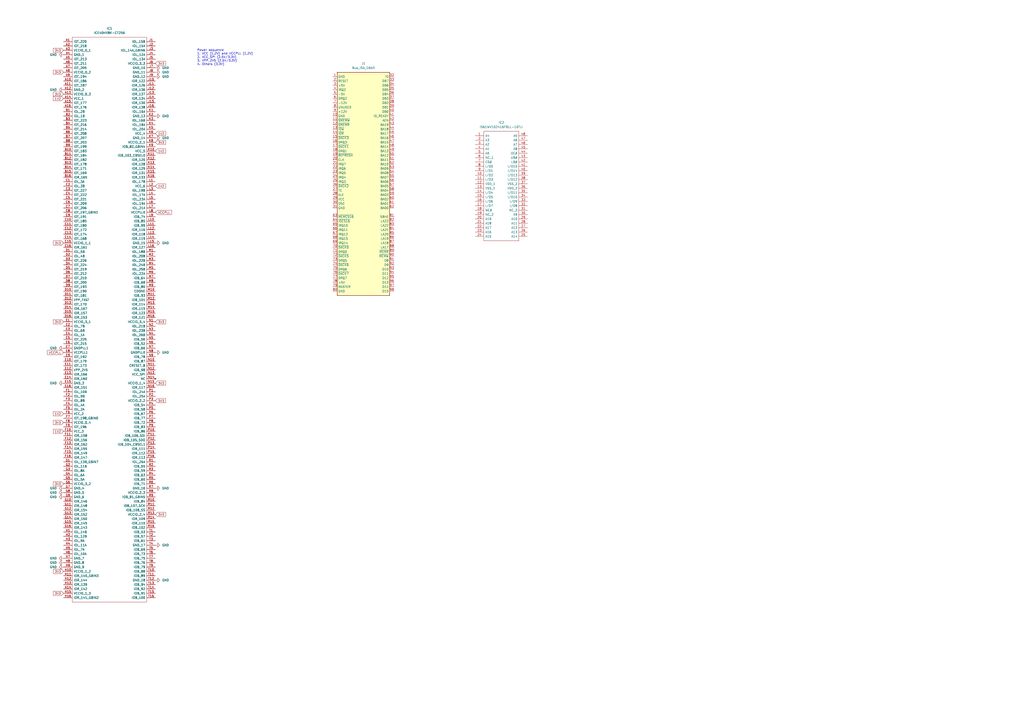
<source format=kicad_sch>
(kicad_sch (version 20211123) (generator eeschema)

  (uuid e1ef5cf2-485a-4ccc-b09d-619eb8de41bd)

  (paper "A2")

  (lib_symbols
    (symbol "Connector:Bus_ISA_16bit" (in_bom yes) (on_board yes)
      (property "Reference" "J" (id 0) (at 0 67.945 0)
        (effects (font (size 1.27 1.27)))
      )
      (property "Value" "Bus_ISA_16bit" (id 1) (at 0 -65.405 0)
        (effects (font (size 1.27 1.27)))
      )
      (property "Footprint" "" (id 2) (at 0 1.27 0)
        (effects (font (size 1.27 1.27)) hide)
      )
      (property "Datasheet" "https://en.wikipedia.org/wiki/Industry_Standard_Architecture" (id 3) (at 0 1.27 0)
        (effects (font (size 1.27 1.27)) hide)
      )
      (property "ki_keywords" "ISA" (id 4) (at 0 0 0)
        (effects (font (size 1.27 1.27)) hide)
      )
      (property "ki_description" "16-bit ISA-AT bus connector" (id 5) (at 0 0 0)
        (effects (font (size 1.27 1.27)) hide)
      )
      (symbol "Bus_ISA_16bit_0_1"
        (rectangle (start -15.24 -63.5) (end 15.24 66.04)
          (stroke (width 0.254) (type default) (color 0 0 0 0))
          (fill (type background))
        )
      )
      (symbol "Bus_ISA_16bit_1_1"
        (pin power_in line (at -17.78 63.5 0) (length 2.54)
          (name "GND" (effects (font (size 1.27 1.27))))
          (number "1" (effects (font (size 1.27 1.27))))
        )
        (pin power_in line (at -17.78 40.64 0) (length 2.54)
          (name "GND" (effects (font (size 1.27 1.27))))
          (number "10" (effects (font (size 1.27 1.27))))
        )
        (pin output line (at -17.78 38.1 0) (length 2.54)
          (name "~{SMEMW}" (effects (font (size 1.27 1.27))))
          (number "11" (effects (font (size 1.27 1.27))))
        )
        (pin output line (at -17.78 35.56 0) (length 2.54)
          (name "~{SMEMR}" (effects (font (size 1.27 1.27))))
          (number "12" (effects (font (size 1.27 1.27))))
        )
        (pin output line (at -17.78 33.02 0) (length 2.54)
          (name "~{IOW}" (effects (font (size 1.27 1.27))))
          (number "13" (effects (font (size 1.27 1.27))))
        )
        (pin output line (at -17.78 30.48 0) (length 2.54)
          (name "~{IOR}" (effects (font (size 1.27 1.27))))
          (number "14" (effects (font (size 1.27 1.27))))
        )
        (pin passive line (at -17.78 27.94 0) (length 2.54)
          (name "~{DACK3}" (effects (font (size 1.27 1.27))))
          (number "15" (effects (font (size 1.27 1.27))))
        )
        (pin passive line (at -17.78 25.4 0) (length 2.54)
          (name "DRQ3" (effects (font (size 1.27 1.27))))
          (number "16" (effects (font (size 1.27 1.27))))
        )
        (pin passive line (at -17.78 22.86 0) (length 2.54)
          (name "~{DACK1}" (effects (font (size 1.27 1.27))))
          (number "17" (effects (font (size 1.27 1.27))))
        )
        (pin passive line (at -17.78 20.32 0) (length 2.54)
          (name "DRQ1" (effects (font (size 1.27 1.27))))
          (number "18" (effects (font (size 1.27 1.27))))
        )
        (pin passive line (at -17.78 17.78 0) (length 2.54)
          (name "~{REFRESH}" (effects (font (size 1.27 1.27))))
          (number "19" (effects (font (size 1.27 1.27))))
        )
        (pin output line (at -17.78 60.96 0) (length 2.54)
          (name "RESET" (effects (font (size 1.27 1.27))))
          (number "2" (effects (font (size 1.27 1.27))))
        )
        (pin output line (at -17.78 15.24 0) (length 2.54)
          (name "CLK" (effects (font (size 1.27 1.27))))
          (number "20" (effects (font (size 1.27 1.27))))
        )
        (pin passive line (at -17.78 12.7 0) (length 2.54)
          (name "IRQ7" (effects (font (size 1.27 1.27))))
          (number "21" (effects (font (size 1.27 1.27))))
        )
        (pin passive line (at -17.78 10.16 0) (length 2.54)
          (name "IRQ6" (effects (font (size 1.27 1.27))))
          (number "22" (effects (font (size 1.27 1.27))))
        )
        (pin passive line (at -17.78 7.62 0) (length 2.54)
          (name "IRQ5" (effects (font (size 1.27 1.27))))
          (number "23" (effects (font (size 1.27 1.27))))
        )
        (pin passive line (at -17.78 5.08 0) (length 2.54)
          (name "IRQ4" (effects (font (size 1.27 1.27))))
          (number "24" (effects (font (size 1.27 1.27))))
        )
        (pin passive line (at -17.78 2.54 0) (length 2.54)
          (name "IRQ3" (effects (font (size 1.27 1.27))))
          (number "25" (effects (font (size 1.27 1.27))))
        )
        (pin passive line (at -17.78 0 0) (length 2.54)
          (name "~{DACK2}" (effects (font (size 1.27 1.27))))
          (number "26" (effects (font (size 1.27 1.27))))
        )
        (pin passive line (at -17.78 -2.54 0) (length 2.54)
          (name "TC" (effects (font (size 1.27 1.27))))
          (number "27" (effects (font (size 1.27 1.27))))
        )
        (pin output line (at -17.78 -5.08 0) (length 2.54)
          (name "ALE" (effects (font (size 1.27 1.27))))
          (number "28" (effects (font (size 1.27 1.27))))
        )
        (pin power_in line (at -17.78 -7.62 0) (length 2.54)
          (name "VCC" (effects (font (size 1.27 1.27))))
          (number "29" (effects (font (size 1.27 1.27))))
        )
        (pin power_in line (at -17.78 58.42 0) (length 2.54)
          (name "+5V" (effects (font (size 1.27 1.27))))
          (number "3" (effects (font (size 1.27 1.27))))
        )
        (pin output line (at -17.78 -10.16 0) (length 2.54)
          (name "OSC" (effects (font (size 1.27 1.27))))
          (number "30" (effects (font (size 1.27 1.27))))
        )
        (pin power_in line (at -17.78 -12.7 0) (length 2.54)
          (name "GND" (effects (font (size 1.27 1.27))))
          (number "31" (effects (font (size 1.27 1.27))))
        )
        (pin passive line (at 17.78 63.5 180) (length 2.54)
          (name "IO" (effects (font (size 1.27 1.27))))
          (number "32" (effects (font (size 1.27 1.27))))
        )
        (pin tri_state line (at 17.78 60.96 180) (length 2.54)
          (name "DB7" (effects (font (size 1.27 1.27))))
          (number "33" (effects (font (size 1.27 1.27))))
        )
        (pin tri_state line (at 17.78 58.42 180) (length 2.54)
          (name "DB6" (effects (font (size 1.27 1.27))))
          (number "34" (effects (font (size 1.27 1.27))))
        )
        (pin tri_state line (at 17.78 55.88 180) (length 2.54)
          (name "DB5" (effects (font (size 1.27 1.27))))
          (number "35" (effects (font (size 1.27 1.27))))
        )
        (pin tri_state line (at 17.78 53.34 180) (length 2.54)
          (name "DB4" (effects (font (size 1.27 1.27))))
          (number "36" (effects (font (size 1.27 1.27))))
        )
        (pin tri_state line (at 17.78 50.8 180) (length 2.54)
          (name "DB3" (effects (font (size 1.27 1.27))))
          (number "37" (effects (font (size 1.27 1.27))))
        )
        (pin tri_state line (at 17.78 48.26 180) (length 2.54)
          (name "DB2" (effects (font (size 1.27 1.27))))
          (number "38" (effects (font (size 1.27 1.27))))
        )
        (pin tri_state line (at 17.78 45.72 180) (length 2.54)
          (name "DB1" (effects (font (size 1.27 1.27))))
          (number "39" (effects (font (size 1.27 1.27))))
        )
        (pin passive line (at -17.78 55.88 0) (length 2.54)
          (name "IRQ2" (effects (font (size 1.27 1.27))))
          (number "4" (effects (font (size 1.27 1.27))))
        )
        (pin tri_state line (at 17.78 43.18 180) (length 2.54)
          (name "DB0" (effects (font (size 1.27 1.27))))
          (number "40" (effects (font (size 1.27 1.27))))
        )
        (pin passive line (at 17.78 40.64 180) (length 2.54)
          (name "IO_READY" (effects (font (size 1.27 1.27))))
          (number "41" (effects (font (size 1.27 1.27))))
        )
        (pin output line (at 17.78 38.1 180) (length 2.54)
          (name "AEN" (effects (font (size 1.27 1.27))))
          (number "42" (effects (font (size 1.27 1.27))))
        )
        (pin tri_state line (at 17.78 35.56 180) (length 2.54)
          (name "BA19" (effects (font (size 1.27 1.27))))
          (number "43" (effects (font (size 1.27 1.27))))
        )
        (pin tri_state line (at 17.78 33.02 180) (length 2.54)
          (name "BA18" (effects (font (size 1.27 1.27))))
          (number "44" (effects (font (size 1.27 1.27))))
        )
        (pin tri_state line (at 17.78 30.48 180) (length 2.54)
          (name "BA17" (effects (font (size 1.27 1.27))))
          (number "45" (effects (font (size 1.27 1.27))))
        )
        (pin tri_state line (at 17.78 27.94 180) (length 2.54)
          (name "BA16" (effects (font (size 1.27 1.27))))
          (number "46" (effects (font (size 1.27 1.27))))
        )
        (pin tri_state line (at 17.78 25.4 180) (length 2.54)
          (name "BA15" (effects (font (size 1.27 1.27))))
          (number "47" (effects (font (size 1.27 1.27))))
        )
        (pin tri_state line (at 17.78 22.86 180) (length 2.54)
          (name "BA14" (effects (font (size 1.27 1.27))))
          (number "48" (effects (font (size 1.27 1.27))))
        )
        (pin tri_state line (at 17.78 20.32 180) (length 2.54)
          (name "BA13" (effects (font (size 1.27 1.27))))
          (number "49" (effects (font (size 1.27 1.27))))
        )
        (pin power_in line (at -17.78 53.34 0) (length 2.54)
          (name "-5V" (effects (font (size 1.27 1.27))))
          (number "5" (effects (font (size 1.27 1.27))))
        )
        (pin tri_state line (at 17.78 17.78 180) (length 2.54)
          (name "BA12" (effects (font (size 1.27 1.27))))
          (number "50" (effects (font (size 1.27 1.27))))
        )
        (pin tri_state line (at 17.78 15.24 180) (length 2.54)
          (name "BA11" (effects (font (size 1.27 1.27))))
          (number "51" (effects (font (size 1.27 1.27))))
        )
        (pin tri_state line (at 17.78 12.7 180) (length 2.54)
          (name "BA10" (effects (font (size 1.27 1.27))))
          (number "52" (effects (font (size 1.27 1.27))))
        )
        (pin tri_state line (at 17.78 10.16 180) (length 2.54)
          (name "BA09" (effects (font (size 1.27 1.27))))
          (number "53" (effects (font (size 1.27 1.27))))
        )
        (pin tri_state line (at 17.78 7.62 180) (length 2.54)
          (name "BA08" (effects (font (size 1.27 1.27))))
          (number "54" (effects (font (size 1.27 1.27))))
        )
        (pin tri_state line (at 17.78 5.08 180) (length 2.54)
          (name "BA07" (effects (font (size 1.27 1.27))))
          (number "55" (effects (font (size 1.27 1.27))))
        )
        (pin tri_state line (at 17.78 2.54 180) (length 2.54)
          (name "BA06" (effects (font (size 1.27 1.27))))
          (number "56" (effects (font (size 1.27 1.27))))
        )
        (pin tri_state line (at 17.78 0 180) (length 2.54)
          (name "BA05" (effects (font (size 1.27 1.27))))
          (number "57" (effects (font (size 1.27 1.27))))
        )
        (pin tri_state line (at 17.78 -2.54 180) (length 2.54)
          (name "BA04" (effects (font (size 1.27 1.27))))
          (number "58" (effects (font (size 1.27 1.27))))
        )
        (pin tri_state line (at 17.78 -5.08 180) (length 2.54)
          (name "BA03" (effects (font (size 1.27 1.27))))
          (number "59" (effects (font (size 1.27 1.27))))
        )
        (pin passive line (at -17.78 50.8 0) (length 2.54)
          (name "DRQ2" (effects (font (size 1.27 1.27))))
          (number "6" (effects (font (size 1.27 1.27))))
        )
        (pin tri_state line (at 17.78 -7.62 180) (length 2.54)
          (name "BA02" (effects (font (size 1.27 1.27))))
          (number "60" (effects (font (size 1.27 1.27))))
        )
        (pin tri_state line (at 17.78 -10.16 180) (length 2.54)
          (name "BA01" (effects (font (size 1.27 1.27))))
          (number "61" (effects (font (size 1.27 1.27))))
        )
        (pin tri_state line (at 17.78 -12.7 180) (length 2.54)
          (name "BA00" (effects (font (size 1.27 1.27))))
          (number "62" (effects (font (size 1.27 1.27))))
        )
        (pin passive line (at -17.78 -17.78 0) (length 2.54)
          (name "~{MEMCS16}" (effects (font (size 1.27 1.27))))
          (number "63" (effects (font (size 1.27 1.27))))
        )
        (pin passive line (at -17.78 -20.32 0) (length 2.54)
          (name "~{IOCS16}" (effects (font (size 1.27 1.27))))
          (number "64" (effects (font (size 1.27 1.27))))
        )
        (pin passive line (at -17.78 -22.86 0) (length 2.54)
          (name "IRQ10" (effects (font (size 1.27 1.27))))
          (number "65" (effects (font (size 1.27 1.27))))
        )
        (pin passive line (at -17.78 -25.4 0) (length 2.54)
          (name "IRQ11" (effects (font (size 1.27 1.27))))
          (number "66" (effects (font (size 1.27 1.27))))
        )
        (pin passive line (at -17.78 -27.94 0) (length 2.54)
          (name "IRQ12" (effects (font (size 1.27 1.27))))
          (number "67" (effects (font (size 1.27 1.27))))
        )
        (pin passive line (at -17.78 -30.48 0) (length 2.54)
          (name "IRQ15" (effects (font (size 1.27 1.27))))
          (number "68" (effects (font (size 1.27 1.27))))
        )
        (pin passive line (at -17.78 -33.02 0) (length 2.54)
          (name "IRQ14" (effects (font (size 1.27 1.27))))
          (number "69" (effects (font (size 1.27 1.27))))
        )
        (pin power_in line (at -17.78 48.26 0) (length 2.54)
          (name "-12V" (effects (font (size 1.27 1.27))))
          (number "7" (effects (font (size 1.27 1.27))))
        )
        (pin output line (at -17.78 -35.56 0) (length 2.54)
          (name "~{DACK0}" (effects (font (size 1.27 1.27))))
          (number "70" (effects (font (size 1.27 1.27))))
        )
        (pin passive line (at -17.78 -38.1 0) (length 2.54)
          (name "DRQ0" (effects (font (size 1.27 1.27))))
          (number "71" (effects (font (size 1.27 1.27))))
        )
        (pin output line (at -17.78 -40.64 0) (length 2.54)
          (name "~{DACK5}" (effects (font (size 1.27 1.27))))
          (number "72" (effects (font (size 1.27 1.27))))
        )
        (pin passive line (at -17.78 -43.18 0) (length 2.54)
          (name "DRQ5" (effects (font (size 1.27 1.27))))
          (number "73" (effects (font (size 1.27 1.27))))
        )
        (pin output line (at -17.78 -45.72 0) (length 2.54)
          (name "~{DACK6}" (effects (font (size 1.27 1.27))))
          (number "74" (effects (font (size 1.27 1.27))))
        )
        (pin passive line (at -17.78 -48.26 0) (length 2.54)
          (name "DRQ6" (effects (font (size 1.27 1.27))))
          (number "75" (effects (font (size 1.27 1.27))))
        )
        (pin output line (at -17.78 -50.8 0) (length 2.54)
          (name "~{DACK7}" (effects (font (size 1.27 1.27))))
          (number "76" (effects (font (size 1.27 1.27))))
        )
        (pin passive line (at -17.78 -53.34 0) (length 2.54)
          (name "DRQ7" (effects (font (size 1.27 1.27))))
          (number "77" (effects (font (size 1.27 1.27))))
        )
        (pin power_in line (at -17.78 -55.88 0) (length 2.54)
          (name "+5V" (effects (font (size 1.27 1.27))))
          (number "78" (effects (font (size 1.27 1.27))))
        )
        (pin passive line (at -17.78 -58.42 0) (length 2.54)
          (name "MASTER" (effects (font (size 1.27 1.27))))
          (number "79" (effects (font (size 1.27 1.27))))
        )
        (pin passive line (at -17.78 45.72 0) (length 2.54)
          (name "UNUSED" (effects (font (size 1.27 1.27))))
          (number "8" (effects (font (size 1.27 1.27))))
        )
        (pin power_in line (at -17.78 -60.96 0) (length 2.54)
          (name "GND" (effects (font (size 1.27 1.27))))
          (number "80" (effects (font (size 1.27 1.27))))
        )
        (pin passive line (at 17.78 -17.78 180) (length 2.54)
          (name "SBHE" (effects (font (size 1.27 1.27))))
          (number "81" (effects (font (size 1.27 1.27))))
        )
        (pin passive line (at 17.78 -20.32 180) (length 2.54)
          (name "LA23" (effects (font (size 1.27 1.27))))
          (number "82" (effects (font (size 1.27 1.27))))
        )
        (pin passive line (at 17.78 -22.86 180) (length 2.54)
          (name "LA22" (effects (font (size 1.27 1.27))))
          (number "83" (effects (font (size 1.27 1.27))))
        )
        (pin passive line (at 17.78 -25.4 180) (length 2.54)
          (name "LA21" (effects (font (size 1.27 1.27))))
          (number "84" (effects (font (size 1.27 1.27))))
        )
        (pin passive line (at 17.78 -27.94 180) (length 2.54)
          (name "LA20" (effects (font (size 1.27 1.27))))
          (number "85" (effects (font (size 1.27 1.27))))
        )
        (pin passive line (at 17.78 -30.48 180) (length 2.54)
          (name "LA19" (effects (font (size 1.27 1.27))))
          (number "86" (effects (font (size 1.27 1.27))))
        )
        (pin passive line (at 17.78 -33.02 180) (length 2.54)
          (name "LA18" (effects (font (size 1.27 1.27))))
          (number "87" (effects (font (size 1.27 1.27))))
        )
        (pin passive line (at 17.78 -35.56 180) (length 2.54)
          (name "LA17" (effects (font (size 1.27 1.27))))
          (number "88" (effects (font (size 1.27 1.27))))
        )
        (pin output line (at 17.78 -38.1 180) (length 2.54)
          (name "~{MEMR}" (effects (font (size 1.27 1.27))))
          (number "89" (effects (font (size 1.27 1.27))))
        )
        (pin power_in line (at -17.78 43.18 0) (length 2.54)
          (name "+12V" (effects (font (size 1.27 1.27))))
          (number "9" (effects (font (size 1.27 1.27))))
        )
        (pin output line (at 17.78 -40.64 180) (length 2.54)
          (name "~{MEMW}" (effects (font (size 1.27 1.27))))
          (number "90" (effects (font (size 1.27 1.27))))
        )
        (pin tri_state line (at 17.78 -43.18 180) (length 2.54)
          (name "D8" (effects (font (size 1.27 1.27))))
          (number "91" (effects (font (size 1.27 1.27))))
        )
        (pin tri_state line (at 17.78 -45.72 180) (length 2.54)
          (name "D9" (effects (font (size 1.27 1.27))))
          (number "92" (effects (font (size 1.27 1.27))))
        )
        (pin tri_state line (at 17.78 -48.26 180) (length 2.54)
          (name "D10" (effects (font (size 1.27 1.27))))
          (number "93" (effects (font (size 1.27 1.27))))
        )
        (pin tri_state line (at 17.78 -50.8 180) (length 2.54)
          (name "D11" (effects (font (size 1.27 1.27))))
          (number "94" (effects (font (size 1.27 1.27))))
        )
        (pin tri_state line (at 17.78 -53.34 180) (length 2.54)
          (name "D12" (effects (font (size 1.27 1.27))))
          (number "95" (effects (font (size 1.27 1.27))))
        )
        (pin tri_state line (at 17.78 -55.88 180) (length 2.54)
          (name "D13" (effects (font (size 1.27 1.27))))
          (number "96" (effects (font (size 1.27 1.27))))
        )
        (pin tri_state line (at 17.78 -58.42 180) (length 2.54)
          (name "D14" (effects (font (size 1.27 1.27))))
          (number "97" (effects (font (size 1.27 1.27))))
        )
        (pin tri_state line (at 17.78 -60.96 180) (length 2.54)
          (name "D15" (effects (font (size 1.27 1.27))))
          (number "98" (effects (font (size 1.27 1.27))))
        )
      )
    )
    (symbol "SamacSys_Parts:ICE40HX8K-CT256" (pin_names (offset 0.762)) (in_bom yes) (on_board yes)
      (property "Reference" "IC" (id 0) (at 49.53 7.62 0)
        (effects (font (size 1.27 1.27)) (justify left))
      )
      (property "Value" "ICE40HX8K-CT256" (id 1) (at 49.53 5.08 0)
        (effects (font (size 1.27 1.27)) (justify left))
      )
      (property "Footprint" "BGA256C80P16X16_1400X1400X170" (id 2) (at 49.53 2.54 0)
        (effects (font (size 1.27 1.27)) (justify left) hide)
      )
      (property "Datasheet" "https://www.arrow.com/en/products/ice40hx8k-ct256/lattice-semiconductor" (id 3) (at 49.53 0 0)
        (effects (font (size 1.27 1.27)) (justify left) hide)
      )
      (property "Description" "FPGA iCE40 HX Family 7680 Cells 40nm Technology 1.2V 256-Pin CSBGA" (id 4) (at 49.53 -2.54 0)
        (effects (font (size 1.27 1.27)) (justify left) hide)
      )
      (property "Height" "1.7" (id 5) (at 49.53 -5.08 0)
        (effects (font (size 1.27 1.27)) (justify left) hide)
      )
      (property "Mouser Part Number" "842-ICE40HX8K-CT256" (id 6) (at 49.53 -7.62 0)
        (effects (font (size 1.27 1.27)) (justify left) hide)
      )
      (property "Mouser Price/Stock" "https://www.mouser.co.uk/ProductDetail/Lattice/iCE40HX8K-CT256?qs=F9A14TELRMtUXwpvAxLNcw%3D%3D" (id 7) (at 49.53 -10.16 0)
        (effects (font (size 1.27 1.27)) (justify left) hide)
      )
      (property "Manufacturer_Name" "Lattice Semiconductor" (id 8) (at 49.53 -12.7 0)
        (effects (font (size 1.27 1.27)) (justify left) hide)
      )
      (property "Manufacturer_Part_Number" "ICE40HX8K-CT256" (id 9) (at 49.53 -15.24 0)
        (effects (font (size 1.27 1.27)) (justify left) hide)
      )
      (property "ki_description" "FPGA iCE40 HX Family 7680 Cells 40nm Technology 1.2V 256-Pin CSBGA" (id 10) (at 0 0 0)
        (effects (font (size 1.27 1.27)) hide)
      )
      (symbol "ICE40HX8K-CT256_0_0"
        (pin passive line (at 0 0 0) (length 5.08)
          (name "IOT_220" (effects (font (size 1.27 1.27))))
          (number "A1" (effects (font (size 1.27 1.27))))
        )
        (pin passive line (at 0 -22.86 0) (length 5.08)
          (name "IOT_186" (effects (font (size 1.27 1.27))))
          (number "A10" (effects (font (size 1.27 1.27))))
        )
        (pin passive line (at 0 -25.4 0) (length 5.08)
          (name "IOT_187" (effects (font (size 1.27 1.27))))
          (number "A11" (effects (font (size 1.27 1.27))))
        )
        (pin passive line (at 0 -27.94 0) (length 5.08)
          (name "GND_2" (effects (font (size 1.27 1.27))))
          (number "A12" (effects (font (size 1.27 1.27))))
        )
        (pin passive line (at 0 -30.48 0) (length 5.08)
          (name "VCCIO_0_3" (effects (font (size 1.27 1.27))))
          (number "A13" (effects (font (size 1.27 1.27))))
        )
        (pin passive line (at 0 -33.02 0) (length 5.08)
          (name "VCC_1" (effects (font (size 1.27 1.27))))
          (number "A14" (effects (font (size 1.27 1.27))))
        )
        (pin passive line (at 0 -35.56 0) (length 5.08)
          (name "IOT_177" (effects (font (size 1.27 1.27))))
          (number "A15" (effects (font (size 1.27 1.27))))
        )
        (pin passive line (at 0 -38.1 0) (length 5.08)
          (name "IOT_176" (effects (font (size 1.27 1.27))))
          (number "A16" (effects (font (size 1.27 1.27))))
        )
        (pin passive line (at 0 -2.54 0) (length 5.08)
          (name "IOT_218" (effects (font (size 1.27 1.27))))
          (number "A2" (effects (font (size 1.27 1.27))))
        )
        (pin passive line (at 0 -5.08 0) (length 5.08)
          (name "VCCIO_0_1" (effects (font (size 1.27 1.27))))
          (number "A3" (effects (font (size 1.27 1.27))))
        )
        (pin passive line (at 0 -7.62 0) (length 5.08)
          (name "GND_1" (effects (font (size 1.27 1.27))))
          (number "A4" (effects (font (size 1.27 1.27))))
        )
        (pin passive line (at 0 -10.16 0) (length 5.08)
          (name "IOT_213" (effects (font (size 1.27 1.27))))
          (number "A5" (effects (font (size 1.27 1.27))))
        )
        (pin passive line (at 0 -12.7 0) (length 5.08)
          (name "IOT_211" (effects (font (size 1.27 1.27))))
          (number "A6" (effects (font (size 1.27 1.27))))
        )
        (pin passive line (at 0 -15.24 0) (length 5.08)
          (name "IOT_205" (effects (font (size 1.27 1.27))))
          (number "A7" (effects (font (size 1.27 1.27))))
        )
        (pin passive line (at 0 -17.78 0) (length 5.08)
          (name "VCCIO_0_2" (effects (font (size 1.27 1.27))))
          (number "A8" (effects (font (size 1.27 1.27))))
        )
        (pin passive line (at 0 -20.32 0) (length 5.08)
          (name "IOT_194" (effects (font (size 1.27 1.27))))
          (number "A9" (effects (font (size 1.27 1.27))))
        )
        (pin passive line (at 0 -40.64 0) (length 5.08)
          (name "IOL_2B" (effects (font (size 1.27 1.27))))
          (number "B1" (effects (font (size 1.27 1.27))))
        )
        (pin passive line (at 0 -63.5 0) (length 5.08)
          (name "IOT_183" (effects (font (size 1.27 1.27))))
          (number "B10" (effects (font (size 1.27 1.27))))
        )
        (pin passive line (at 0 -66.04 0) (length 5.08)
          (name "IOT_184" (effects (font (size 1.27 1.27))))
          (number "B11" (effects (font (size 1.27 1.27))))
        )
        (pin passive line (at 0 -68.58 0) (length 5.08)
          (name "IOT_182" (effects (font (size 1.27 1.27))))
          (number "B12" (effects (font (size 1.27 1.27))))
        )
        (pin passive line (at 0 -71.12 0) (length 5.08)
          (name "IOT_178" (effects (font (size 1.27 1.27))))
          (number "B13" (effects (font (size 1.27 1.27))))
        )
        (pin passive line (at 0 -73.66 0) (length 5.08)
          (name "IOT_171" (effects (font (size 1.27 1.27))))
          (number "B14" (effects (font (size 1.27 1.27))))
        )
        (pin passive line (at 0 -76.2 0) (length 5.08)
          (name "IOT_169" (effects (font (size 1.27 1.27))))
          (number "B15" (effects (font (size 1.27 1.27))))
        )
        (pin passive line (at 0 -78.74 0) (length 5.08)
          (name "IOR_165" (effects (font (size 1.27 1.27))))
          (number "B16" (effects (font (size 1.27 1.27))))
        )
        (pin passive line (at 0 -43.18 0) (length 5.08)
          (name "IOL_1B" (effects (font (size 1.27 1.27))))
          (number "B2" (effects (font (size 1.27 1.27))))
        )
        (pin passive line (at 0 -45.72 0) (length 5.08)
          (name "IOT_223" (effects (font (size 1.27 1.27))))
          (number "B3" (effects (font (size 1.27 1.27))))
        )
        (pin passive line (at 0 -48.26 0) (length 5.08)
          (name "IOT_216" (effects (font (size 1.27 1.27))))
          (number "B4" (effects (font (size 1.27 1.27))))
        )
        (pin passive line (at 0 -50.8 0) (length 5.08)
          (name "IOT_214" (effects (font (size 1.27 1.27))))
          (number "B5" (effects (font (size 1.27 1.27))))
        )
        (pin passive line (at 0 -53.34 0) (length 5.08)
          (name "IOT_208" (effects (font (size 1.27 1.27))))
          (number "B6" (effects (font (size 1.27 1.27))))
        )
        (pin passive line (at 0 -55.88 0) (length 5.08)
          (name "IOT_207" (effects (font (size 1.27 1.27))))
          (number "B7" (effects (font (size 1.27 1.27))))
        )
        (pin passive line (at 0 -58.42 0) (length 5.08)
          (name "IOT_203" (effects (font (size 1.27 1.27))))
          (number "B8" (effects (font (size 1.27 1.27))))
        )
        (pin passive line (at 0 -60.96 0) (length 5.08)
          (name "IOT_199" (effects (font (size 1.27 1.27))))
          (number "B9" (effects (font (size 1.27 1.27))))
        )
        (pin passive line (at 0 -81.28 0) (length 5.08)
          (name "IOL_3A" (effects (font (size 1.27 1.27))))
          (number "C1" (effects (font (size 1.27 1.27))))
        )
        (pin passive line (at 0 -104.14 0) (length 5.08)
          (name "IOT_185" (effects (font (size 1.27 1.27))))
          (number "C10" (effects (font (size 1.27 1.27))))
        )
        (pin passive line (at 0 -106.68 0) (length 5.08)
          (name "IOT_180" (effects (font (size 1.27 1.27))))
          (number "C11" (effects (font (size 1.27 1.27))))
        )
        (pin passive line (at 0 -109.22 0) (length 5.08)
          (name "IOT_172" (effects (font (size 1.27 1.27))))
          (number "C12" (effects (font (size 1.27 1.27))))
        )
        (pin passive line (at 0 -111.76 0) (length 5.08)
          (name "IOT_174" (effects (font (size 1.27 1.27))))
          (number "C13" (effects (font (size 1.27 1.27))))
        )
        (pin passive line (at 0 -114.3 0) (length 5.08)
          (name "IOT_168" (effects (font (size 1.27 1.27))))
          (number "C14" (effects (font (size 1.27 1.27))))
        )
        (pin passive line (at 0 -116.84 0) (length 5.08)
          (name "VCCIO_1_1" (effects (font (size 1.27 1.27))))
          (number "C15" (effects (font (size 1.27 1.27))))
        )
        (pin passive line (at 0 -119.38 0) (length 5.08)
          (name "IOR_161" (effects (font (size 1.27 1.27))))
          (number "C16" (effects (font (size 1.27 1.27))))
        )
        (pin passive line (at 0 -83.82 0) (length 5.08)
          (name "IOL_3B" (effects (font (size 1.27 1.27))))
          (number "C2" (effects (font (size 1.27 1.27))))
        )
        (pin passive line (at 0 -86.36 0) (length 5.08)
          (name "IOT_227" (effects (font (size 1.27 1.27))))
          (number "C3" (effects (font (size 1.27 1.27))))
        )
        (pin passive line (at 0 -88.9 0) (length 5.08)
          (name "IOT_222" (effects (font (size 1.27 1.27))))
          (number "C4" (effects (font (size 1.27 1.27))))
        )
        (pin passive line (at 0 -91.44 0) (length 5.08)
          (name "IOT_221" (effects (font (size 1.27 1.27))))
          (number "C5" (effects (font (size 1.27 1.27))))
        )
        (pin passive line (at 0 -93.98 0) (length 5.08)
          (name "IOT_209" (effects (font (size 1.27 1.27))))
          (number "C6" (effects (font (size 1.27 1.27))))
        )
        (pin passive line (at 0 -96.52 0) (length 5.08)
          (name "IOT_206" (effects (font (size 1.27 1.27))))
          (number "C7" (effects (font (size 1.27 1.27))))
        )
        (pin passive line (at 0 -99.06 0) (length 5.08)
          (name "IOT_197_GBIN1" (effects (font (size 1.27 1.27))))
          (number "C8" (effects (font (size 1.27 1.27))))
        )
        (pin passive line (at 0 -101.6 0) (length 5.08)
          (name "IOT_191" (effects (font (size 1.27 1.27))))
          (number "C9" (effects (font (size 1.27 1.27))))
        )
        (pin passive line (at 0 -121.92 0) (length 5.08)
          (name "IOL_5B" (effects (font (size 1.27 1.27))))
          (number "D1" (effects (font (size 1.27 1.27))))
        )
        (pin passive line (at 0 -144.78 0) (length 5.08)
          (name "IOT_190" (effects (font (size 1.27 1.27))))
          (number "D10" (effects (font (size 1.27 1.27))))
        )
        (pin passive line (at 0 -147.32 0) (length 5.08)
          (name "IOT_181" (effects (font (size 1.27 1.27))))
          (number "D11" (effects (font (size 1.27 1.27))))
        )
        (pin passive line (at 0 -149.86 0) (length 5.08)
          (name "VPP_FAST" (effects (font (size 1.27 1.27))))
          (number "D12" (effects (font (size 1.27 1.27))))
        )
        (pin passive line (at 0 -152.4 0) (length 5.08)
          (name "IOT_170" (effects (font (size 1.27 1.27))))
          (number "D13" (effects (font (size 1.27 1.27))))
        )
        (pin passive line (at 0 -154.94 0) (length 5.08)
          (name "IOR_167" (effects (font (size 1.27 1.27))))
          (number "D14" (effects (font (size 1.27 1.27))))
        )
        (pin passive line (at 0 -157.48 0) (length 5.08)
          (name "IOR_157" (effects (font (size 1.27 1.27))))
          (number "D15" (effects (font (size 1.27 1.27))))
        )
        (pin passive line (at 0 -160.02 0) (length 5.08)
          (name "IOR_153" (effects (font (size 1.27 1.27))))
          (number "D16" (effects (font (size 1.27 1.27))))
        )
        (pin passive line (at 0 -124.46 0) (length 5.08)
          (name "IOL_4B" (effects (font (size 1.27 1.27))))
          (number "D2" (effects (font (size 1.27 1.27))))
        )
        (pin passive line (at 0 -127 0) (length 5.08)
          (name "IOT_226" (effects (font (size 1.27 1.27))))
          (number "D3" (effects (font (size 1.27 1.27))))
        )
        (pin passive line (at 0 -129.54 0) (length 5.08)
          (name "IOT_224" (effects (font (size 1.27 1.27))))
          (number "D4" (effects (font (size 1.27 1.27))))
        )
        (pin passive line (at 0 -132.08 0) (length 5.08)
          (name "IOT_219" (effects (font (size 1.27 1.27))))
          (number "D5" (effects (font (size 1.27 1.27))))
        )
        (pin passive line (at 0 -134.62 0) (length 5.08)
          (name "IOT_212" (effects (font (size 1.27 1.27))))
          (number "D6" (effects (font (size 1.27 1.27))))
        )
        (pin passive line (at 0 -137.16 0) (length 5.08)
          (name "IOT_210" (effects (font (size 1.27 1.27))))
          (number "D7" (effects (font (size 1.27 1.27))))
        )
        (pin passive line (at 0 -139.7 0) (length 5.08)
          (name "IOT_200" (effects (font (size 1.27 1.27))))
          (number "D8" (effects (font (size 1.27 1.27))))
        )
        (pin passive line (at 0 -142.24 0) (length 5.08)
          (name "IOT_193" (effects (font (size 1.27 1.27))))
          (number "D9" (effects (font (size 1.27 1.27))))
        )
        (pin passive line (at 0 -162.56 0) (length 5.08)
          (name "VCCIO_3_1" (effects (font (size 1.27 1.27))))
          (number "E1" (effects (font (size 1.27 1.27))))
        )
        (pin passive line (at 0 -185.42 0) (length 5.08)
          (name "IOT_179" (effects (font (size 1.27 1.27))))
          (number "E10" (effects (font (size 1.27 1.27))))
        )
        (pin passive line (at 0 -187.96 0) (length 5.08)
          (name "IOT_173" (effects (font (size 1.27 1.27))))
          (number "E11" (effects (font (size 1.27 1.27))))
        )
        (pin passive line (at 0 -190.5 0) (length 5.08)
          (name "VPP_2V5" (effects (font (size 1.27 1.27))))
          (number "E12" (effects (font (size 1.27 1.27))))
        )
        (pin passive line (at 0 -193.04 0) (length 5.08)
          (name "IOR_166" (effects (font (size 1.27 1.27))))
          (number "E13" (effects (font (size 1.27 1.27))))
        )
        (pin passive line (at 0 -195.58 0) (length 5.08)
          (name "IOR_160" (effects (font (size 1.27 1.27))))
          (number "E14" (effects (font (size 1.27 1.27))))
        )
        (pin passive line (at 0 -198.12 0) (length 5.08)
          (name "GND_3" (effects (font (size 1.27 1.27))))
          (number "E15" (effects (font (size 1.27 1.27))))
        )
        (pin passive line (at 0 -200.66 0) (length 5.08)
          (name "IOR_151" (effects (font (size 1.27 1.27))))
          (number "E16" (effects (font (size 1.27 1.27))))
        )
        (pin passive line (at 0 -165.1 0) (length 5.08)
          (name "IOL_7B" (effects (font (size 1.27 1.27))))
          (number "E2" (effects (font (size 1.27 1.27))))
        )
        (pin passive line (at 0 -167.64 0) (length 5.08)
          (name "IOL_6B" (effects (font (size 1.27 1.27))))
          (number "E3" (effects (font (size 1.27 1.27))))
        )
        (pin passive line (at 0 -170.18 0) (length 5.08)
          (name "IOL_1A" (effects (font (size 1.27 1.27))))
          (number "E4" (effects (font (size 1.27 1.27))))
        )
        (pin passive line (at 0 -172.72 0) (length 5.08)
          (name "IOT_225" (effects (font (size 1.27 1.27))))
          (number "E5" (effects (font (size 1.27 1.27))))
        )
        (pin passive line (at 0 -175.26 0) (length 5.08)
          (name "IOT_215" (effects (font (size 1.27 1.27))))
          (number "E6" (effects (font (size 1.27 1.27))))
        )
        (pin passive line (at 0 -177.8 0) (length 5.08)
          (name "GNDPLL1" (effects (font (size 1.27 1.27))))
          (number "E7" (effects (font (size 1.27 1.27))))
        )
        (pin passive line (at 0 -180.34 0) (length 5.08)
          (name "VCCPLL1" (effects (font (size 1.27 1.27))))
          (number "E8" (effects (font (size 1.27 1.27))))
        )
        (pin passive line (at 0 -182.88 0) (length 5.08)
          (name "IOT_192" (effects (font (size 1.27 1.27))))
          (number "E9" (effects (font (size 1.27 1.27))))
        )
        (pin passive line (at 0 -203.2 0) (length 5.08)
          (name "IOL_10B" (effects (font (size 1.27 1.27))))
          (number "F1" (effects (font (size 1.27 1.27))))
        )
        (pin passive line (at 0 -226.06 0) (length 5.08)
          (name "VCC_3" (effects (font (size 1.27 1.27))))
          (number "F10" (effects (font (size 1.27 1.27))))
        )
        (pin passive line (at 0 -228.6 0) (length 5.08)
          (name "IOR_158" (effects (font (size 1.27 1.27))))
          (number "F11" (effects (font (size 1.27 1.27))))
        )
        (pin passive line (at 0 -231.14 0) (length 5.08)
          (name "IOR_156" (effects (font (size 1.27 1.27))))
          (number "F12" (effects (font (size 1.27 1.27))))
        )
        (pin passive line (at 0 -233.68 0) (length 5.08)
          (name "IOR_162" (effects (font (size 1.27 1.27))))
          (number "F13" (effects (font (size 1.27 1.27))))
        )
        (pin passive line (at 0 -236.22 0) (length 5.08)
          (name "IOR_155" (effects (font (size 1.27 1.27))))
          (number "F14" (effects (font (size 1.27 1.27))))
        )
        (pin passive line (at 0 -238.76 0) (length 5.08)
          (name "IOR_149" (effects (font (size 1.27 1.27))))
          (number "F15" (effects (font (size 1.27 1.27))))
        )
        (pin passive line (at 0 -241.3 0) (length 5.08)
          (name "IOR_147" (effects (font (size 1.27 1.27))))
          (number "F16" (effects (font (size 1.27 1.27))))
        )
        (pin passive line (at 0 -205.74 0) (length 5.08)
          (name "IOL_9B" (effects (font (size 1.27 1.27))))
          (number "F2" (effects (font (size 1.27 1.27))))
        )
        (pin passive line (at 0 -208.28 0) (length 5.08)
          (name "IOL_8B" (effects (font (size 1.27 1.27))))
          (number "F3" (effects (font (size 1.27 1.27))))
        )
        (pin passive line (at 0 -210.82 0) (length 5.08)
          (name "IOL_4A" (effects (font (size 1.27 1.27))))
          (number "F4" (effects (font (size 1.27 1.27))))
        )
        (pin passive line (at 0 -213.36 0) (length 5.08)
          (name "IOL_2A" (effects (font (size 1.27 1.27))))
          (number "F5" (effects (font (size 1.27 1.27))))
        )
        (pin passive line (at 0 -215.9 0) (length 5.08)
          (name "VCC_2" (effects (font (size 1.27 1.27))))
          (number "F6" (effects (font (size 1.27 1.27))))
        )
        (pin passive line (at 0 -218.44 0) (length 5.08)
          (name "IOT_198_GBIN0" (effects (font (size 1.27 1.27))))
          (number "F7" (effects (font (size 1.27 1.27))))
        )
        (pin passive line (at 0 -220.98 0) (length 5.08)
          (name "VCCIO_0_4" (effects (font (size 1.27 1.27))))
          (number "F8" (effects (font (size 1.27 1.27))))
        )
        (pin passive line (at 0 -223.52 0) (length 5.08)
          (name "IOT_196" (effects (font (size 1.27 1.27))))
          (number "F9" (effects (font (size 1.27 1.27))))
        )
        (pin passive line (at 0 -243.84 0) (length 5.08)
          (name "IOL_13B_GBIN7" (effects (font (size 1.27 1.27))))
          (number "G1" (effects (font (size 1.27 1.27))))
        )
        (pin passive line (at 0 -266.7 0) (length 5.08)
          (name "IOR_146" (effects (font (size 1.27 1.27))))
          (number "G10" (effects (font (size 1.27 1.27))))
        )
        (pin passive line (at 0 -269.24 0) (length 5.08)
          (name "IOR_148" (effects (font (size 1.27 1.27))))
          (number "G11" (effects (font (size 1.27 1.27))))
        )
        (pin passive line (at 0 -271.78 0) (length 5.08)
          (name "IOR_154" (effects (font (size 1.27 1.27))))
          (number "G12" (effects (font (size 1.27 1.27))))
        )
        (pin passive line (at 0 -274.32 0) (length 5.08)
          (name "IOR_152" (effects (font (size 1.27 1.27))))
          (number "G13" (effects (font (size 1.27 1.27))))
        )
        (pin passive line (at 0 -276.86 0) (length 5.08)
          (name "IOR_150" (effects (font (size 1.27 1.27))))
          (number "G14" (effects (font (size 1.27 1.27))))
        )
        (pin passive line (at 0 -279.4 0) (length 5.08)
          (name "IOR_145" (effects (font (size 1.27 1.27))))
          (number "G15" (effects (font (size 1.27 1.27))))
        )
        (pin passive line (at 0 -281.94 0) (length 5.08)
          (name "IOR_143" (effects (font (size 1.27 1.27))))
          (number "G16" (effects (font (size 1.27 1.27))))
        )
        (pin passive line (at 0 -246.38 0) (length 5.08)
          (name "IOL_11B" (effects (font (size 1.27 1.27))))
          (number "G2" (effects (font (size 1.27 1.27))))
        )
        (pin passive line (at 0 -248.92 0) (length 5.08)
          (name "IOL_8A" (effects (font (size 1.27 1.27))))
          (number "G3" (effects (font (size 1.27 1.27))))
        )
        (pin passive line (at 0 -251.46 0) (length 5.08)
          (name "IOL_6A" (effects (font (size 1.27 1.27))))
          (number "G4" (effects (font (size 1.27 1.27))))
        )
        (pin passive line (at 0 -254 0) (length 5.08)
          (name "IOL_5A" (effects (font (size 1.27 1.27))))
          (number "G5" (effects (font (size 1.27 1.27))))
        )
        (pin passive line (at 0 -256.54 0) (length 5.08)
          (name "VCCIO_3_2" (effects (font (size 1.27 1.27))))
          (number "G6" (effects (font (size 1.27 1.27))))
        )
        (pin passive line (at 0 -259.08 0) (length 5.08)
          (name "GND_4" (effects (font (size 1.27 1.27))))
          (number "G7" (effects (font (size 1.27 1.27))))
        )
        (pin passive line (at 0 -261.62 0) (length 5.08)
          (name "GND_5" (effects (font (size 1.27 1.27))))
          (number "G8" (effects (font (size 1.27 1.27))))
        )
        (pin passive line (at 0 -264.16 0) (length 5.08)
          (name "GND_6" (effects (font (size 1.27 1.27))))
          (number "G9" (effects (font (size 1.27 1.27))))
        )
        (pin passive line (at 0 -284.48 0) (length 5.08)
          (name "IOL_14B" (effects (font (size 1.27 1.27))))
          (number "H1" (effects (font (size 1.27 1.27))))
        )
        (pin passive line (at 0 -307.34 0) (length 5.08)
          (name "VCCIO_1_2" (effects (font (size 1.27 1.27))))
          (number "H10" (effects (font (size 1.27 1.27))))
        )
        (pin passive line (at 0 -309.88 0) (length 5.08)
          (name "IOR_140_GBIN3" (effects (font (size 1.27 1.27))))
          (number "H11" (effects (font (size 1.27 1.27))))
        )
        (pin passive line (at 0 -312.42 0) (length 5.08)
          (name "IOR_144" (effects (font (size 1.27 1.27))))
          (number "H12" (effects (font (size 1.27 1.27))))
        )
        (pin passive line (at 0 -314.96 0) (length 5.08)
          (name "IOR_139" (effects (font (size 1.27 1.27))))
          (number "H13" (effects (font (size 1.27 1.27))))
        )
        (pin passive line (at 0 -317.5 0) (length 5.08)
          (name "IOR_142" (effects (font (size 1.27 1.27))))
          (number "H14" (effects (font (size 1.27 1.27))))
        )
        (pin passive line (at 0 -320.04 0) (length 5.08)
          (name "VCCIO_1_3" (effects (font (size 1.27 1.27))))
          (number "H15" (effects (font (size 1.27 1.27))))
        )
        (pin passive line (at 0 -322.58 0) (length 5.08)
          (name "IOR_141_GBIN2" (effects (font (size 1.27 1.27))))
          (number "H16" (effects (font (size 1.27 1.27))))
        )
        (pin passive line (at 0 -287.02 0) (length 5.08)
          (name "IOL_12B" (effects (font (size 1.27 1.27))))
          (number "H2" (effects (font (size 1.27 1.27))))
        )
        (pin passive line (at 0 -289.56 0) (length 5.08)
          (name "IOL_9A" (effects (font (size 1.27 1.27))))
          (number "H3" (effects (font (size 1.27 1.27))))
        )
        (pin passive line (at 0 -292.1 0) (length 5.08)
          (name "IOL_11A" (effects (font (size 1.27 1.27))))
          (number "H4" (effects (font (size 1.27 1.27))))
        )
        (pin passive line (at 0 -294.64 0) (length 5.08)
          (name "IOL_7A" (effects (font (size 1.27 1.27))))
          (number "H5" (effects (font (size 1.27 1.27))))
        )
        (pin passive line (at 0 -297.18 0) (length 5.08)
          (name "IOL_10A" (effects (font (size 1.27 1.27))))
          (number "H6" (effects (font (size 1.27 1.27))))
        )
        (pin passive line (at 0 -299.72 0) (length 5.08)
          (name "GND_7" (effects (font (size 1.27 1.27))))
          (number "H7" (effects (font (size 1.27 1.27))))
        )
        (pin passive line (at 0 -302.26 0) (length 5.08)
          (name "GND_8" (effects (font (size 1.27 1.27))))
          (number "H8" (effects (font (size 1.27 1.27))))
        )
        (pin passive line (at 0 -304.8 0) (length 5.08)
          (name "GND_9" (effects (font (size 1.27 1.27))))
          (number "H9" (effects (font (size 1.27 1.27))))
        )
        (pin passive line (at 53.34 0 180) (length 5.08)
          (name "IOL_15B" (effects (font (size 1.27 1.27))))
          (number "J1" (effects (font (size 1.27 1.27))))
        )
        (pin passive line (at 53.34 -22.86 180) (length 5.08)
          (name "IOR_122" (effects (font (size 1.27 1.27))))
          (number "J10" (effects (font (size 1.27 1.27))))
        )
        (pin passive line (at 53.34 -25.4 180) (length 5.08)
          (name "IOR_126" (effects (font (size 1.27 1.27))))
          (number "J11" (effects (font (size 1.27 1.27))))
        )
        (pin passive line (at 53.34 -27.94 180) (length 5.08)
          (name "IOR_136" (effects (font (size 1.27 1.27))))
          (number "J12" (effects (font (size 1.27 1.27))))
        )
        (pin passive line (at 53.34 -30.48 180) (length 5.08)
          (name "IOR_137" (effects (font (size 1.27 1.27))))
          (number "J13" (effects (font (size 1.27 1.27))))
        )
        (pin passive line (at 53.34 -33.02 180) (length 5.08)
          (name "IOR_134" (effects (font (size 1.27 1.27))))
          (number "J14" (effects (font (size 1.27 1.27))))
        )
        (pin passive line (at 53.34 -35.56 180) (length 5.08)
          (name "IOR_130" (effects (font (size 1.27 1.27))))
          (number "J15" (effects (font (size 1.27 1.27))))
        )
        (pin passive line (at 53.34 -38.1 180) (length 5.08)
          (name "IOR_138" (effects (font (size 1.27 1.27))))
          (number "J16" (effects (font (size 1.27 1.27))))
        )
        (pin passive line (at 53.34 -2.54 180) (length 5.08)
          (name "IOL_15A" (effects (font (size 1.27 1.27))))
          (number "J2" (effects (font (size 1.27 1.27))))
        )
        (pin passive line (at 53.34 -5.08 180) (length 5.08)
          (name "IOL_14A_GBIN6" (effects (font (size 1.27 1.27))))
          (number "J3" (effects (font (size 1.27 1.27))))
        )
        (pin passive line (at 53.34 -7.62 180) (length 5.08)
          (name "IOL_12A" (effects (font (size 1.27 1.27))))
          (number "J4" (effects (font (size 1.27 1.27))))
        )
        (pin passive line (at 53.34 -10.16 180) (length 5.08)
          (name "IOL_13A" (effects (font (size 1.27 1.27))))
          (number "J5" (effects (font (size 1.27 1.27))))
        )
        (pin passive line (at 53.34 -12.7 180) (length 5.08)
          (name "VCCIO_3_3" (effects (font (size 1.27 1.27))))
          (number "J6" (effects (font (size 1.27 1.27))))
        )
        (pin passive line (at 53.34 -15.24 180) (length 5.08)
          (name "GND_10" (effects (font (size 1.27 1.27))))
          (number "J7" (effects (font (size 1.27 1.27))))
        )
        (pin passive line (at 53.34 -17.78 180) (length 5.08)
          (name "GND_11" (effects (font (size 1.27 1.27))))
          (number "J8" (effects (font (size 1.27 1.27))))
        )
        (pin passive line (at 53.34 -20.32 180) (length 5.08)
          (name "GND_12" (effects (font (size 1.27 1.27))))
          (number "J9" (effects (font (size 1.27 1.27))))
        )
        (pin passive line (at 53.34 -40.64 180) (length 5.08)
          (name "IOL_16A" (effects (font (size 1.27 1.27))))
          (number "K1" (effects (font (size 1.27 1.27))))
        )
        (pin passive line (at 53.34 -63.5 180) (length 5.08)
          (name "VCC_5" (effects (font (size 1.27 1.27))))
          (number "K10" (effects (font (size 1.27 1.27))))
        )
        (pin passive line (at 53.34 -66.04 180) (length 5.08)
          (name "IOB_103_CBSEL0" (effects (font (size 1.27 1.27))))
          (number "K11" (effects (font (size 1.27 1.27))))
        )
        (pin passive line (at 53.34 -68.58 180) (length 5.08)
          (name "IOR_120" (effects (font (size 1.27 1.27))))
          (number "K12" (effects (font (size 1.27 1.27))))
        )
        (pin passive line (at 53.34 -71.12 180) (length 5.08)
          (name "IOR_128" (effects (font (size 1.27 1.27))))
          (number "K13" (effects (font (size 1.27 1.27))))
        )
        (pin passive line (at 53.34 -73.66 180) (length 5.08)
          (name "IOR_129" (effects (font (size 1.27 1.27))))
          (number "K14" (effects (font (size 1.27 1.27))))
        )
        (pin passive line (at 53.34 -76.2 180) (length 5.08)
          (name "IOR_131" (effects (font (size 1.27 1.27))))
          (number "K15" (effects (font (size 1.27 1.27))))
        )
        (pin passive line (at 53.34 -78.74 180) (length 5.08)
          (name "IOR_133" (effects (font (size 1.27 1.27))))
          (number "K16" (effects (font (size 1.27 1.27))))
        )
        (pin passive line (at 53.34 -43.18 180) (length 5.08)
          (name "GND_13" (effects (font (size 1.27 1.27))))
          (number "K2" (effects (font (size 1.27 1.27))))
        )
        (pin passive line (at 53.34 -45.72 180) (length 5.08)
          (name "IOL_16B" (effects (font (size 1.27 1.27))))
          (number "K3" (effects (font (size 1.27 1.27))))
        )
        (pin passive line (at 53.34 -48.26 180) (length 5.08)
          (name "IOL_18A" (effects (font (size 1.27 1.27))))
          (number "K4" (effects (font (size 1.27 1.27))))
        )
        (pin passive line (at 53.34 -50.8 180) (length 5.08)
          (name "IOL_20A" (effects (font (size 1.27 1.27))))
          (number "K5" (effects (font (size 1.27 1.27))))
        )
        (pin passive line (at 53.34 -53.34 180) (length 5.08)
          (name "VCC_4" (effects (font (size 1.27 1.27))))
          (number "K6" (effects (font (size 1.27 1.27))))
        )
        (pin passive line (at 53.34 -55.88 180) (length 5.08)
          (name "GND_14" (effects (font (size 1.27 1.27))))
          (number "K7" (effects (font (size 1.27 1.27))))
        )
        (pin passive line (at 53.34 -58.42 180) (length 5.08)
          (name "VCCIO_2_1" (effects (font (size 1.27 1.27))))
          (number "K8" (effects (font (size 1.27 1.27))))
        )
        (pin passive line (at 53.34 -60.96 180) (length 5.08)
          (name "IOB_82_GBIN4" (effects (font (size 1.27 1.27))))
          (number "K9" (effects (font (size 1.27 1.27))))
        )
        (pin passive line (at 53.34 -81.28 180) (length 5.08)
          (name "IOL_17B" (effects (font (size 1.27 1.27))))
          (number "L1" (effects (font (size 1.27 1.27))))
        )
        (pin passive line (at 53.34 -104.14 180) (length 5.08)
          (name "IOB_85" (effects (font (size 1.27 1.27))))
          (number "L10" (effects (font (size 1.27 1.27))))
        )
        (pin passive line (at 53.34 -106.68 180) (length 5.08)
          (name "IOB_99" (effects (font (size 1.27 1.27))))
          (number "L11" (effects (font (size 1.27 1.27))))
        )
        (pin passive line (at 53.34 -109.22 180) (length 5.08)
          (name "IOR_116" (effects (font (size 1.27 1.27))))
          (number "L12" (effects (font (size 1.27 1.27))))
        )
        (pin passive line (at 53.34 -111.76 180) (length 5.08)
          (name "IOR_118" (effects (font (size 1.27 1.27))))
          (number "L13" (effects (font (size 1.27 1.27))))
        )
        (pin passive line (at 53.34 -114.3 180) (length 5.08)
          (name "IOR_119" (effects (font (size 1.27 1.27))))
          (number "L14" (effects (font (size 1.27 1.27))))
        )
        (pin passive line (at 53.34 -116.84 180) (length 5.08)
          (name "GND_15" (effects (font (size 1.27 1.27))))
          (number "L15" (effects (font (size 1.27 1.27))))
        )
        (pin passive line (at 53.34 -119.38 180) (length 5.08)
          (name "IOR_127" (effects (font (size 1.27 1.27))))
          (number "L16" (effects (font (size 1.27 1.27))))
        )
        (pin passive line (at 53.34 -83.82 180) (length 5.08)
          (name "VCC_6" (effects (font (size 1.27 1.27))))
          (number "L2" (effects (font (size 1.27 1.27))))
        )
        (pin passive line (at 53.34 -86.36 180) (length 5.08)
          (name "IOL_19B" (effects (font (size 1.27 1.27))))
          (number "L3" (effects (font (size 1.27 1.27))))
        )
        (pin passive line (at 53.34 -88.9 180) (length 5.08)
          (name "IOL_17A" (effects (font (size 1.27 1.27))))
          (number "L4" (effects (font (size 1.27 1.27))))
        )
        (pin passive line (at 53.34 -91.44 180) (length 5.08)
          (name "IOL_23A" (effects (font (size 1.27 1.27))))
          (number "L5" (effects (font (size 1.27 1.27))))
        )
        (pin passive line (at 53.34 -93.98 180) (length 5.08)
          (name "IOL_19A" (effects (font (size 1.27 1.27))))
          (number "L6" (effects (font (size 1.27 1.27))))
        )
        (pin passive line (at 53.34 -96.52 180) (length 5.08)
          (name "IOL_21A" (effects (font (size 1.27 1.27))))
          (number "L7" (effects (font (size 1.27 1.27))))
        )
        (pin passive line (at 53.34 -99.06 180) (length 5.08)
          (name "VCCPLL0" (effects (font (size 1.27 1.27))))
          (number "L8" (effects (font (size 1.27 1.27))))
        )
        (pin passive line (at 53.34 -101.6 180) (length 5.08)
          (name "IOB_74" (effects (font (size 1.27 1.27))))
          (number "L9" (effects (font (size 1.27 1.27))))
        )
        (pin passive line (at 53.34 -121.92 180) (length 5.08)
          (name "IOL_18B" (effects (font (size 1.27 1.27))))
          (number "M1" (effects (font (size 1.27 1.27))))
        )
        (pin passive line (at 53.34 -144.78 180) (length 5.08)
          (name "CDONE" (effects (font (size 1.27 1.27))))
          (number "M10" (effects (font (size 1.27 1.27))))
        )
        (pin passive line (at 53.34 -147.32 180) (length 5.08)
          (name "IOB_93" (effects (font (size 1.27 1.27))))
          (number "M11" (effects (font (size 1.27 1.27))))
        )
        (pin passive line (at 53.34 -149.86 180) (length 5.08)
          (name "IOB_101" (effects (font (size 1.27 1.27))))
          (number "M12" (effects (font (size 1.27 1.27))))
        )
        (pin passive line (at 53.34 -152.4 180) (length 5.08)
          (name "IOR_114" (effects (font (size 1.27 1.27))))
          (number "M13" (effects (font (size 1.27 1.27))))
        )
        (pin passive line (at 53.34 -154.94 180) (length 5.08)
          (name "IOR_115" (effects (font (size 1.27 1.27))))
          (number "M14" (effects (font (size 1.27 1.27))))
        )
        (pin passive line (at 53.34 -157.48 180) (length 5.08)
          (name "IOR_123" (effects (font (size 1.27 1.27))))
          (number "M15" (effects (font (size 1.27 1.27))))
        )
        (pin passive line (at 53.34 -160.02 180) (length 5.08)
          (name "IOR_121" (effects (font (size 1.27 1.27))))
          (number "M16" (effects (font (size 1.27 1.27))))
        )
        (pin passive line (at 53.34 -124.46 180) (length 5.08)
          (name "IOL_20B" (effects (font (size 1.27 1.27))))
          (number "M2" (effects (font (size 1.27 1.27))))
        )
        (pin passive line (at 53.34 -127 180) (length 5.08)
          (name "IOL_22B" (effects (font (size 1.27 1.27))))
          (number "M3" (effects (font (size 1.27 1.27))))
        )
        (pin passive line (at 53.34 -129.54 180) (length 5.08)
          (name "IOL_24B" (effects (font (size 1.27 1.27))))
          (number "M4" (effects (font (size 1.27 1.27))))
        )
        (pin passive line (at 53.34 -132.08 180) (length 5.08)
          (name "IOL_25B" (effects (font (size 1.27 1.27))))
          (number "M5" (effects (font (size 1.27 1.27))))
        )
        (pin passive line (at 53.34 -134.62 180) (length 5.08)
          (name "IOL_22A" (effects (font (size 1.27 1.27))))
          (number "M6" (effects (font (size 1.27 1.27))))
        )
        (pin passive line (at 53.34 -137.16 180) (length 5.08)
          (name "IOB_64" (effects (font (size 1.27 1.27))))
          (number "M7" (effects (font (size 1.27 1.27))))
        )
        (pin passive line (at 53.34 -139.7 180) (length 5.08)
          (name "IOB_68" (effects (font (size 1.27 1.27))))
          (number "M8" (effects (font (size 1.27 1.27))))
        )
        (pin passive line (at 53.34 -142.24 180) (length 5.08)
          (name "IOB_80" (effects (font (size 1.27 1.27))))
          (number "M9" (effects (font (size 1.27 1.27))))
        )
        (pin passive line (at 53.34 -162.56 180) (length 5.08)
          (name "VCCIO_3_4" (effects (font (size 1.27 1.27))))
          (number "N1" (effects (font (size 1.27 1.27))))
        )
        (pin passive line (at 53.34 -185.42 180) (length 5.08)
          (name "IOB_87" (effects (font (size 1.27 1.27))))
          (number "N10" (effects (font (size 1.27 1.27))))
        )
        (pin passive line (at 53.34 -187.96 180) (length 5.08)
          (name "CRESET_B" (effects (font (size 1.27 1.27))))
          (number "N11" (effects (font (size 1.27 1.27))))
        )
        (pin passive line (at 53.34 -190.5 180) (length 5.08)
          (name "IOB_98" (effects (font (size 1.27 1.27))))
          (number "N12" (effects (font (size 1.27 1.27))))
        )
        (pin passive line (at 53.34 -193.04 180) (length 5.08)
          (name "VCC_SPI" (effects (font (size 1.27 1.27))))
          (number "N13" (effects (font (size 1.27 1.27))))
        )
        (pin no_connect line (at 53.34 -195.58 180) (length 5.08)
          (name "NC" (effects (font (size 1.27 1.27))))
          (number "N14" (effects (font (size 1.27 1.27))))
        )
        (pin passive line (at 53.34 -198.12 180) (length 5.08)
          (name "VCCIO_1_4" (effects (font (size 1.27 1.27))))
          (number "N15" (effects (font (size 1.27 1.27))))
        )
        (pin passive line (at 53.34 -200.66 180) (length 5.08)
          (name "IOR_117" (effects (font (size 1.27 1.27))))
          (number "N16" (effects (font (size 1.27 1.27))))
        )
        (pin passive line (at 53.34 -165.1 180) (length 5.08)
          (name "IOL_21B" (effects (font (size 1.27 1.27))))
          (number "N2" (effects (font (size 1.27 1.27))))
        )
        (pin passive line (at 53.34 -167.64 180) (length 5.08)
          (name "IOL_23B" (effects (font (size 1.27 1.27))))
          (number "N3" (effects (font (size 1.27 1.27))))
        )
        (pin passive line (at 53.34 -170.18 180) (length 5.08)
          (name "IOL_26B" (effects (font (size 1.27 1.27))))
          (number "N4" (effects (font (size 1.27 1.27))))
        )
        (pin passive line (at 53.34 -172.72 180) (length 5.08)
          (name "IOB_56" (effects (font (size 1.27 1.27))))
          (number "N5" (effects (font (size 1.27 1.27))))
        )
        (pin passive line (at 53.34 -175.26 180) (length 5.08)
          (name "IOB_52" (effects (font (size 1.27 1.27))))
          (number "N6" (effects (font (size 1.27 1.27))))
        )
        (pin passive line (at 53.34 -177.8 180) (length 5.08)
          (name "IOB_66" (effects (font (size 1.27 1.27))))
          (number "N7" (effects (font (size 1.27 1.27))))
        )
        (pin passive line (at 53.34 -180.34 180) (length 5.08)
          (name "GNDPLL0" (effects (font (size 1.27 1.27))))
          (number "N8" (effects (font (size 1.27 1.27))))
        )
        (pin passive line (at 53.34 -182.88 180) (length 5.08)
          (name "IOB_78" (effects (font (size 1.27 1.27))))
          (number "N9" (effects (font (size 1.27 1.27))))
        )
        (pin passive line (at 53.34 -203.2 180) (length 5.08)
          (name "IOL_24A" (effects (font (size 1.27 1.27))))
          (number "P1" (effects (font (size 1.27 1.27))))
        )
        (pin passive line (at 53.34 -226.06 180) (length 5.08)
          (name "IOB_86" (effects (font (size 1.27 1.27))))
          (number "P10" (effects (font (size 1.27 1.27))))
        )
        (pin passive line (at 53.34 -228.6 180) (length 5.08)
          (name "IOB_106_SDI" (effects (font (size 1.27 1.27))))
          (number "P11" (effects (font (size 1.27 1.27))))
        )
        (pin passive line (at 53.34 -231.14 180) (length 5.08)
          (name "IOB_105_SDO" (effects (font (size 1.27 1.27))))
          (number "P12" (effects (font (size 1.27 1.27))))
        )
        (pin passive line (at 53.34 -233.68 180) (length 5.08)
          (name "IOB_104_CBSEL1" (effects (font (size 1.27 1.27))))
          (number "P13" (effects (font (size 1.27 1.27))))
        )
        (pin passive line (at 53.34 -236.22 180) (length 5.08)
          (name "IOR_111" (effects (font (size 1.27 1.27))))
          (number "P14" (effects (font (size 1.27 1.27))))
        )
        (pin passive line (at 53.34 -238.76 180) (length 5.08)
          (name "IOR_112" (effects (font (size 1.27 1.27))))
          (number "P15" (effects (font (size 1.27 1.27))))
        )
        (pin passive line (at 53.34 -241.3 180) (length 5.08)
          (name "IOR_113" (effects (font (size 1.27 1.27))))
          (number "P16" (effects (font (size 1.27 1.27))))
        )
        (pin passive line (at 53.34 -205.74 180) (length 5.08)
          (name "IOL_25A" (effects (font (size 1.27 1.27))))
          (number "P2" (effects (font (size 1.27 1.27))))
        )
        (pin passive line (at 53.34 -208.28 180) (length 5.08)
          (name "VCCIO_2_2" (effects (font (size 1.27 1.27))))
          (number "P3" (effects (font (size 1.27 1.27))))
        )
        (pin passive line (at 53.34 -210.82 180) (length 5.08)
          (name "IOB_54" (effects (font (size 1.27 1.27))))
          (number "P4" (effects (font (size 1.27 1.27))))
        )
        (pin passive line (at 53.34 -213.36 180) (length 5.08)
          (name "IOB_58" (effects (font (size 1.27 1.27))))
          (number "P5" (effects (font (size 1.27 1.27))))
        )
        (pin passive line (at 53.34 -215.9 180) (length 5.08)
          (name "IOB_67" (effects (font (size 1.27 1.27))))
          (number "P6" (effects (font (size 1.27 1.27))))
        )
        (pin passive line (at 53.34 -218.44 180) (length 5.08)
          (name "IOB_77" (effects (font (size 1.27 1.27))))
          (number "P7" (effects (font (size 1.27 1.27))))
        )
        (pin passive line (at 53.34 -220.98 180) (length 5.08)
          (name "IOB_72" (effects (font (size 1.27 1.27))))
          (number "P8" (effects (font (size 1.27 1.27))))
        )
        (pin passive line (at 53.34 -223.52 180) (length 5.08)
          (name "IOB_83" (effects (font (size 1.27 1.27))))
          (number "P9" (effects (font (size 1.27 1.27))))
        )
        (pin passive line (at 53.34 -243.84 180) (length 5.08)
          (name "IOL_26A" (effects (font (size 1.27 1.27))))
          (number "R1" (effects (font (size 1.27 1.27))))
        )
        (pin passive line (at 53.34 -266.7 180) (length 5.08)
          (name "IOB_84" (effects (font (size 1.27 1.27))))
          (number "R10" (effects (font (size 1.27 1.27))))
        )
        (pin passive line (at 53.34 -269.24 180) (length 5.08)
          (name "IOB_107_SCK" (effects (font (size 1.27 1.27))))
          (number "R11" (effects (font (size 1.27 1.27))))
        )
        (pin passive line (at 53.34 -271.78 180) (length 5.08)
          (name "IOB_108_SS" (effects (font (size 1.27 1.27))))
          (number "R12" (effects (font (size 1.27 1.27))))
        )
        (pin passive line (at 53.34 -274.32 180) (length 5.08)
          (name "VCCIO_2_4" (effects (font (size 1.27 1.27))))
          (number "R13" (effects (font (size 1.27 1.27))))
        )
        (pin passive line (at 53.34 -276.86 180) (length 5.08)
          (name "IOR_109" (effects (font (size 1.27 1.27))))
          (number "R14" (effects (font (size 1.27 1.27))))
        )
        (pin passive line (at 53.34 -279.4 180) (length 5.08)
          (name "IOR_110" (effects (font (size 1.27 1.27))))
          (number "R15" (effects (font (size 1.27 1.27))))
        )
        (pin passive line (at 53.34 -281.94 180) (length 5.08)
          (name "IOB_102" (effects (font (size 1.27 1.27))))
          (number "R16" (effects (font (size 1.27 1.27))))
        )
        (pin passive line (at 53.34 -246.38 180) (length 5.08)
          (name "IOB_55" (effects (font (size 1.27 1.27))))
          (number "R2" (effects (font (size 1.27 1.27))))
        )
        (pin passive line (at 53.34 -248.92 180) (length 5.08)
          (name "IOB_59" (effects (font (size 1.27 1.27))))
          (number "R3" (effects (font (size 1.27 1.27))))
        )
        (pin passive line (at 53.34 -251.46 180) (length 5.08)
          (name "IOB_63" (effects (font (size 1.27 1.27))))
          (number "R4" (effects (font (size 1.27 1.27))))
        )
        (pin passive line (at 53.34 -254 180) (length 5.08)
          (name "IOB_60" (effects (font (size 1.27 1.27))))
          (number "R5" (effects (font (size 1.27 1.27))))
        )
        (pin passive line (at 53.34 -256.54 180) (length 5.08)
          (name "IOB_71" (effects (font (size 1.27 1.27))))
          (number "R6" (effects (font (size 1.27 1.27))))
        )
        (pin passive line (at 53.34 -259.08 180) (length 5.08)
          (name "GND_16" (effects (font (size 1.27 1.27))))
          (number "R7" (effects (font (size 1.27 1.27))))
        )
        (pin passive line (at 53.34 -261.62 180) (length 5.08)
          (name "VCCIO_2_3" (effects (font (size 1.27 1.27))))
          (number "R8" (effects (font (size 1.27 1.27))))
        )
        (pin passive line (at 53.34 -264.16 180) (length 5.08)
          (name "IOB_81_GBIN5" (effects (font (size 1.27 1.27))))
          (number "R9" (effects (font (size 1.27 1.27))))
        )
        (pin passive line (at 53.34 -284.48 180) (length 5.08)
          (name "IOB_53" (effects (font (size 1.27 1.27))))
          (number "T1" (effects (font (size 1.27 1.27))))
        )
        (pin passive line (at 53.34 -307.34 180) (length 5.08)
          (name "IOB_88" (effects (font (size 1.27 1.27))))
          (number "T10" (effects (font (size 1.27 1.27))))
        )
        (pin passive line (at 53.34 -309.88 180) (length 5.08)
          (name "IOB_89" (effects (font (size 1.27 1.27))))
          (number "T11" (effects (font (size 1.27 1.27))))
        )
        (pin passive line (at 53.34 -312.42 180) (length 5.08)
          (name "GND_18" (effects (font (size 1.27 1.27))))
          (number "T12" (effects (font (size 1.27 1.27))))
        )
        (pin passive line (at 53.34 -314.96 180) (length 5.08)
          (name "IOB_94" (effects (font (size 1.27 1.27))))
          (number "T13" (effects (font (size 1.27 1.27))))
        )
        (pin passive line (at 53.34 -317.5 180) (length 5.08)
          (name "IOB_92" (effects (font (size 1.27 1.27))))
          (number "T14" (effects (font (size 1.27 1.27))))
        )
        (pin passive line (at 53.34 -320.04 180) (length 5.08)
          (name "IOB_91" (effects (font (size 1.27 1.27))))
          (number "T15" (effects (font (size 1.27 1.27))))
        )
        (pin passive line (at 53.34 -322.58 180) (length 5.08)
          (name "IOB_100" (effects (font (size 1.27 1.27))))
          (number "T16" (effects (font (size 1.27 1.27))))
        )
        (pin passive line (at 53.34 -287.02 180) (length 5.08)
          (name "IOB_57" (effects (font (size 1.27 1.27))))
          (number "T2" (effects (font (size 1.27 1.27))))
        )
        (pin passive line (at 53.34 -289.56 180) (length 5.08)
          (name "IOB_61" (effects (font (size 1.27 1.27))))
          (number "T3" (effects (font (size 1.27 1.27))))
        )
        (pin passive line (at 53.34 -292.1 180) (length 5.08)
          (name "GND_17" (effects (font (size 1.27 1.27))))
          (number "T4" (effects (font (size 1.27 1.27))))
        )
        (pin passive line (at 53.34 -294.64 180) (length 5.08)
          (name "IOB_69" (effects (font (size 1.27 1.27))))
          (number "T5" (effects (font (size 1.27 1.27))))
        )
        (pin passive line (at 53.34 -297.18 180) (length 5.08)
          (name "IOB_73" (effects (font (size 1.27 1.27))))
          (number "T6" (effects (font (size 1.27 1.27))))
        )
        (pin passive line (at 53.34 -299.72 180) (length 5.08)
          (name "IOB_75" (effects (font (size 1.27 1.27))))
          (number "T7" (effects (font (size 1.27 1.27))))
        )
        (pin passive line (at 53.34 -302.26 180) (length 5.08)
          (name "IOB_76" (effects (font (size 1.27 1.27))))
          (number "T8" (effects (font (size 1.27 1.27))))
        )
        (pin passive line (at 53.34 -304.8 180) (length 5.08)
          (name "IOB_79" (effects (font (size 1.27 1.27))))
          (number "T9" (effects (font (size 1.27 1.27))))
        )
      )
      (symbol "ICE40HX8K-CT256_0_1"
        (polyline
          (pts
            (xy 5.08 2.54)
            (xy 48.26 2.54)
            (xy 48.26 -325.12)
            (xy 5.08 -325.12)
            (xy 5.08 2.54)
          )
          (stroke (width 0.1524) (type default) (color 0 0 0 0))
          (fill (type none))
        )
      )
    )
    (symbol "SamacSys_Parts:IS61WV102416FBLL-10TLI" (pin_names (offset 0.762)) (in_bom yes) (on_board yes)
      (property "Reference" "IC" (id 0) (at 26.67 7.62 0)
        (effects (font (size 1.27 1.27)) (justify left))
      )
      (property "Value" "IS61WV102416FBLL-10TLI" (id 1) (at 26.67 5.08 0)
        (effects (font (size 1.27 1.27)) (justify left))
      )
      (property "Footprint" "SOP50P2000X120-48N" (id 2) (at 26.67 2.54 0)
        (effects (font (size 1.27 1.27)) (justify left) hide)
      )
      (property "Datasheet" "https://datasheet.datasheetarchive.com/originals/distributors/DKDS-39/6169.pdf" (id 3) (at 26.67 0 0)
        (effects (font (size 1.27 1.27)) (justify left) hide)
      )
      (property "Description" "SRAM 16M (1Mx16) 10ns Async SRAM 3.3V" (id 4) (at 26.67 -2.54 0)
        (effects (font (size 1.27 1.27)) (justify left) hide)
      )
      (property "Height" "1.2" (id 5) (at 26.67 -5.08 0)
        (effects (font (size 1.27 1.27)) (justify left) hide)
      )
      (property "Mouser Part Number" "870-61WV12416FBL1TLI" (id 6) (at 26.67 -7.62 0)
        (effects (font (size 1.27 1.27)) (justify left) hide)
      )
      (property "Mouser Price/Stock" "https://www.mouser.co.uk/ProductDetail/ISSI/IS61WV102416FBLL-10TLI?qs=HXFqYaX1Q2y%2F6qe553VRZQ%3D%3D" (id 7) (at 26.67 -10.16 0)
        (effects (font (size 1.27 1.27)) (justify left) hide)
      )
      (property "Manufacturer_Name" "Integrated Silicon Solution Inc." (id 8) (at 26.67 -12.7 0)
        (effects (font (size 1.27 1.27)) (justify left) hide)
      )
      (property "Manufacturer_Part_Number" "IS61WV102416FBLL-10TLI" (id 9) (at 26.67 -15.24 0)
        (effects (font (size 1.27 1.27)) (justify left) hide)
      )
      (property "ki_description" "SRAM 16M (1Mx16) 10ns Async SRAM 3.3V" (id 10) (at 0 0 0)
        (effects (font (size 1.27 1.27)) hide)
      )
      (symbol "IS61WV102416FBLL-10TLI_0_0"
        (pin passive line (at 0 0 0) (length 5.08)
          (name "A4" (effects (font (size 1.27 1.27))))
          (number "1" (effects (font (size 1.27 1.27))))
        )
        (pin passive line (at 0 -22.86 0) (length 5.08)
          (name "I/O2" (effects (font (size 1.27 1.27))))
          (number "10" (effects (font (size 1.27 1.27))))
        )
        (pin passive line (at 0 -25.4 0) (length 5.08)
          (name "I/O3" (effects (font (size 1.27 1.27))))
          (number "11" (effects (font (size 1.27 1.27))))
        )
        (pin passive line (at 0 -27.94 0) (length 5.08)
          (name "VDD_1" (effects (font (size 1.27 1.27))))
          (number "12" (effects (font (size 1.27 1.27))))
        )
        (pin passive line (at 0 -30.48 0) (length 5.08)
          (name "VSS_1" (effects (font (size 1.27 1.27))))
          (number "13" (effects (font (size 1.27 1.27))))
        )
        (pin passive line (at 0 -33.02 0) (length 5.08)
          (name "I/O4" (effects (font (size 1.27 1.27))))
          (number "14" (effects (font (size 1.27 1.27))))
        )
        (pin passive line (at 0 -35.56 0) (length 5.08)
          (name "I/O5" (effects (font (size 1.27 1.27))))
          (number "15" (effects (font (size 1.27 1.27))))
        )
        (pin passive line (at 0 -38.1 0) (length 5.08)
          (name "I/O6" (effects (font (size 1.27 1.27))))
          (number "16" (effects (font (size 1.27 1.27))))
        )
        (pin passive line (at 0 -40.64 0) (length 5.08)
          (name "I/O7" (effects (font (size 1.27 1.27))))
          (number "17" (effects (font (size 1.27 1.27))))
        )
        (pin passive line (at 0 -43.18 0) (length 5.08)
          (name "WE#" (effects (font (size 1.27 1.27))))
          (number "18" (effects (font (size 1.27 1.27))))
        )
        (pin passive line (at 0 -45.72 0) (length 5.08)
          (name "NC_2" (effects (font (size 1.27 1.27))))
          (number "19" (effects (font (size 1.27 1.27))))
        )
        (pin passive line (at 0 -2.54 0) (length 5.08)
          (name "A3" (effects (font (size 1.27 1.27))))
          (number "2" (effects (font (size 1.27 1.27))))
        )
        (pin passive line (at 0 -48.26 0) (length 5.08)
          (name "A19" (effects (font (size 1.27 1.27))))
          (number "20" (effects (font (size 1.27 1.27))))
        )
        (pin passive line (at 0 -50.8 0) (length 5.08)
          (name "A18" (effects (font (size 1.27 1.27))))
          (number "21" (effects (font (size 1.27 1.27))))
        )
        (pin passive line (at 0 -53.34 0) (length 5.08)
          (name "A17" (effects (font (size 1.27 1.27))))
          (number "22" (effects (font (size 1.27 1.27))))
        )
        (pin passive line (at 0 -55.88 0) (length 5.08)
          (name "A16" (effects (font (size 1.27 1.27))))
          (number "23" (effects (font (size 1.27 1.27))))
        )
        (pin passive line (at 0 -58.42 0) (length 5.08)
          (name "A15" (effects (font (size 1.27 1.27))))
          (number "24" (effects (font (size 1.27 1.27))))
        )
        (pin passive line (at 30.48 -58.42 180) (length 5.08)
          (name "A14" (effects (font (size 1.27 1.27))))
          (number "25" (effects (font (size 1.27 1.27))))
        )
        (pin passive line (at 30.48 -55.88 180) (length 5.08)
          (name "A13" (effects (font (size 1.27 1.27))))
          (number "26" (effects (font (size 1.27 1.27))))
        )
        (pin passive line (at 30.48 -53.34 180) (length 5.08)
          (name "A12" (effects (font (size 1.27 1.27))))
          (number "27" (effects (font (size 1.27 1.27))))
        )
        (pin passive line (at 30.48 -50.8 180) (length 5.08)
          (name "A11" (effects (font (size 1.27 1.27))))
          (number "28" (effects (font (size 1.27 1.27))))
        )
        (pin passive line (at 30.48 -48.26 180) (length 5.08)
          (name "A10" (effects (font (size 1.27 1.27))))
          (number "29" (effects (font (size 1.27 1.27))))
        )
        (pin passive line (at 0 -5.08 0) (length 5.08)
          (name "A2" (effects (font (size 1.27 1.27))))
          (number "3" (effects (font (size 1.27 1.27))))
        )
        (pin passive line (at 30.48 -45.72 180) (length 5.08)
          (name "A9" (effects (font (size 1.27 1.27))))
          (number "30" (effects (font (size 1.27 1.27))))
        )
        (pin passive line (at 30.48 -43.18 180) (length 5.08)
          (name "NC_3" (effects (font (size 1.27 1.27))))
          (number "31" (effects (font (size 1.27 1.27))))
        )
        (pin passive line (at 30.48 -40.64 180) (length 5.08)
          (name "I/O8" (effects (font (size 1.27 1.27))))
          (number "32" (effects (font (size 1.27 1.27))))
        )
        (pin passive line (at 30.48 -38.1 180) (length 5.08)
          (name "I/O9" (effects (font (size 1.27 1.27))))
          (number "33" (effects (font (size 1.27 1.27))))
        )
        (pin passive line (at 30.48 -35.56 180) (length 5.08)
          (name "I/O10" (effects (font (size 1.27 1.27))))
          (number "34" (effects (font (size 1.27 1.27))))
        )
        (pin passive line (at 30.48 -33.02 180) (length 5.08)
          (name "I/O11" (effects (font (size 1.27 1.27))))
          (number "35" (effects (font (size 1.27 1.27))))
        )
        (pin passive line (at 30.48 -30.48 180) (length 5.08)
          (name "VDD_2" (effects (font (size 1.27 1.27))))
          (number "36" (effects (font (size 1.27 1.27))))
        )
        (pin passive line (at 30.48 -27.94 180) (length 5.08)
          (name "VSS_2" (effects (font (size 1.27 1.27))))
          (number "37" (effects (font (size 1.27 1.27))))
        )
        (pin passive line (at 30.48 -25.4 180) (length 5.08)
          (name "I/O12" (effects (font (size 1.27 1.27))))
          (number "38" (effects (font (size 1.27 1.27))))
        )
        (pin passive line (at 30.48 -22.86 180) (length 5.08)
          (name "I/O13" (effects (font (size 1.27 1.27))))
          (number "39" (effects (font (size 1.27 1.27))))
        )
        (pin passive line (at 0 -7.62 0) (length 5.08)
          (name "A1" (effects (font (size 1.27 1.27))))
          (number "4" (effects (font (size 1.27 1.27))))
        )
        (pin passive line (at 30.48 -20.32 180) (length 5.08)
          (name "I/O14" (effects (font (size 1.27 1.27))))
          (number "40" (effects (font (size 1.27 1.27))))
        )
        (pin passive line (at 30.48 -17.78 180) (length 5.08)
          (name "I/O15" (effects (font (size 1.27 1.27))))
          (number "41" (effects (font (size 1.27 1.27))))
        )
        (pin passive line (at 30.48 -15.24 180) (length 5.08)
          (name "LB#" (effects (font (size 1.27 1.27))))
          (number "42" (effects (font (size 1.27 1.27))))
        )
        (pin passive line (at 30.48 -12.7 180) (length 5.08)
          (name "UB#" (effects (font (size 1.27 1.27))))
          (number "43" (effects (font (size 1.27 1.27))))
        )
        (pin passive line (at 30.48 -10.16 180) (length 5.08)
          (name "OE#" (effects (font (size 1.27 1.27))))
          (number "44" (effects (font (size 1.27 1.27))))
        )
        (pin passive line (at 30.48 -7.62 180) (length 5.08)
          (name "A8" (effects (font (size 1.27 1.27))))
          (number "45" (effects (font (size 1.27 1.27))))
        )
        (pin passive line (at 30.48 -5.08 180) (length 5.08)
          (name "A7" (effects (font (size 1.27 1.27))))
          (number "46" (effects (font (size 1.27 1.27))))
        )
        (pin passive line (at 30.48 -2.54 180) (length 5.08)
          (name "A6" (effects (font (size 1.27 1.27))))
          (number "47" (effects (font (size 1.27 1.27))))
        )
        (pin passive line (at 30.48 0 180) (length 5.08)
          (name "A5" (effects (font (size 1.27 1.27))))
          (number "48" (effects (font (size 1.27 1.27))))
        )
        (pin passive line (at 0 -10.16 0) (length 5.08)
          (name "A0" (effects (font (size 1.27 1.27))))
          (number "5" (effects (font (size 1.27 1.27))))
        )
        (pin passive line (at 0 -12.7 0) (length 5.08)
          (name "NC_1" (effects (font (size 1.27 1.27))))
          (number "6" (effects (font (size 1.27 1.27))))
        )
        (pin passive line (at 0 -15.24 0) (length 5.08)
          (name "CS#" (effects (font (size 1.27 1.27))))
          (number "7" (effects (font (size 1.27 1.27))))
        )
        (pin passive line (at 0 -17.78 0) (length 5.08)
          (name "I/O0" (effects (font (size 1.27 1.27))))
          (number "8" (effects (font (size 1.27 1.27))))
        )
        (pin passive line (at 0 -20.32 0) (length 5.08)
          (name "I/O1" (effects (font (size 1.27 1.27))))
          (number "9" (effects (font (size 1.27 1.27))))
        )
      )
      (symbol "IS61WV102416FBLL-10TLI_0_1"
        (polyline
          (pts
            (xy 5.08 2.54)
            (xy 25.4 2.54)
            (xy 25.4 -60.96)
            (xy 5.08 -60.96)
            (xy 5.08 2.54)
          )
          (stroke (width 0.1524) (type default) (color 0 0 0 0))
          (fill (type none))
        )
      )
    )
    (symbol "power:GND" (power) (pin_names (offset 0)) (in_bom yes) (on_board yes)
      (property "Reference" "#PWR" (id 0) (at 0 -6.35 0)
        (effects (font (size 1.27 1.27)) hide)
      )
      (property "Value" "GND" (id 1) (at 0 -3.81 0)
        (effects (font (size 1.27 1.27)))
      )
      (property "Footprint" "" (id 2) (at 0 0 0)
        (effects (font (size 1.27 1.27)) hide)
      )
      (property "Datasheet" "" (id 3) (at 0 0 0)
        (effects (font (size 1.27 1.27)) hide)
      )
      (property "ki_keywords" "power-flag" (id 4) (at 0 0 0)
        (effects (font (size 1.27 1.27)) hide)
      )
      (property "ki_description" "Power symbol creates a global label with name \"GND\" , ground" (id 5) (at 0 0 0)
        (effects (font (size 1.27 1.27)) hide)
      )
      (symbol "GND_0_1"
        (polyline
          (pts
            (xy 0 0)
            (xy 0 -1.27)
            (xy 1.27 -1.27)
            (xy 0 -2.54)
            (xy -1.27 -1.27)
            (xy 0 -1.27)
          )
          (stroke (width 0) (type default) (color 0 0 0 0))
          (fill (type none))
        )
      )
      (symbol "GND_1_1"
        (pin power_in line (at 0 0 270) (length 0) hide
          (name "GND" (effects (font (size 1.27 1.27))))
          (number "1" (effects (font (size 1.27 1.27))))
        )
      )
    )
  )


  (text "Power sequence\n1. VCC (1.2V) and VCCPLL (1.2V)\n2. VCC_SPI (2.5V/3.3V)\n3. VPP_2V5 (2.5V/3.3V)\n4. Others (3.3V)"
    (at 114.3 38.1 0)
    (effects (font (size 1.27 1.27)) (justify left bottom))
    (uuid 969c180b-43e4-443d-a4f9-cf571fffd782)
  )

  (global_label "1V2" (shape input) (at 36.83 57.15 180) (fields_autoplaced)
    (effects (font (size 1.27 1.27)) (justify right))
    (uuid 06fceaf3-eb9f-4176-801e-db8c81f07162)
    (property "Intersheet References" "${INTERSHEET_REFS}" (id 0) (at 30.9093 57.0706 0)
      (effects (font (size 1.27 1.27)) (justify right) hide)
    )
  )
  (global_label "3V3" (shape input) (at 36.83 41.91 180) (fields_autoplaced)
    (effects (font (size 1.27 1.27)) (justify right))
    (uuid 1bf02c10-58db-4cb1-a2d6-e4a56943c4f0)
    (property "Intersheet References" "${INTERSHEET_REFS}" (id 0) (at 30.9093 41.8306 0)
      (effects (font (size 1.27 1.27)) (justify right) hide)
    )
  )
  (global_label "1V2" (shape input) (at 36.83 240.03 180) (fields_autoplaced)
    (effects (font (size 1.27 1.27)) (justify right))
    (uuid 260e00dd-7c03-4686-99f6-05bf8206d2b4)
    (property "Intersheet References" "${INTERSHEET_REFS}" (id 0) (at 30.9093 239.9506 0)
      (effects (font (size 1.27 1.27)) (justify right) hide)
    )
  )
  (global_label "1V2" (shape input) (at 36.83 250.19 180) (fields_autoplaced)
    (effects (font (size 1.27 1.27)) (justify right))
    (uuid 3a74e683-da7e-4f1e-a646-fa8058177679)
    (property "Intersheet References" "${INTERSHEET_REFS}" (id 0) (at 30.9093 250.1106 0)
      (effects (font (size 1.27 1.27)) (justify right) hide)
    )
  )
  (global_label "3V3" (shape input) (at 36.83 186.69 180) (fields_autoplaced)
    (effects (font (size 1.27 1.27)) (justify right))
    (uuid 3e50be25-c4e3-4ad2-8e7d-544d7901f8a2)
    (property "Intersheet References" "${INTERSHEET_REFS}" (id 0) (at 30.9093 186.6106 0)
      (effects (font (size 1.27 1.27)) (justify right) hide)
    )
  )
  (global_label "3V3" (shape input) (at 36.83 29.21 180) (fields_autoplaced)
    (effects (font (size 1.27 1.27)) (justify right))
    (uuid 3ed70a7a-2497-400b-b16c-7b8189e69672)
    (property "Intersheet References" "${INTERSHEET_REFS}" (id 0) (at 30.9093 29.1306 0)
      (effects (font (size 1.27 1.27)) (justify right) hide)
    )
  )
  (global_label "3V3" (shape input) (at 36.83 331.47 180) (fields_autoplaced)
    (effects (font (size 1.27 1.27)) (justify right))
    (uuid 3ef37df0-aeca-4a13-96c0-26f920a18442)
    (property "Intersheet References" "${INTERSHEET_REFS}" (id 0) (at 30.9093 331.3906 0)
      (effects (font (size 1.27 1.27)) (justify right) hide)
    )
  )
  (global_label "3V3" (shape input) (at 36.83 140.97 180) (fields_autoplaced)
    (effects (font (size 1.27 1.27)) (justify right))
    (uuid 5a270fc0-db23-48cf-ba33-9557189f61ca)
    (property "Intersheet References" "${INTERSHEET_REFS}" (id 0) (at 30.9093 140.8906 0)
      (effects (font (size 1.27 1.27)) (justify right) hide)
    )
  )
  (global_label "3V3" (shape input) (at 90.17 232.41 0) (fields_autoplaced)
    (effects (font (size 1.27 1.27)) (justify left))
    (uuid 62573859-3be9-4e87-844a-6ae466791159)
    (property "Intersheet References" "${INTERSHEET_REFS}" (id 0) (at 96.0907 232.4894 0)
      (effects (font (size 1.27 1.27)) (justify left) hide)
    )
  )
  (global_label "VCCPLL" (shape input) (at 36.83 204.47 180) (fields_autoplaced)
    (effects (font (size 1.27 1.27)) (justify right))
    (uuid 62ca6cb6-5444-406d-b144-a50b572c3084)
    (property "Intersheet References" "${INTERSHEET_REFS}" (id 0) (at 27.4621 204.3906 0)
      (effects (font (size 1.27 1.27)) (justify right) hide)
    )
  )
  (global_label "3V3" (shape input) (at 90.17 82.55 0) (fields_autoplaced)
    (effects (font (size 1.27 1.27)) (justify left))
    (uuid 64957de2-eb5d-42ab-964b-243a71348464)
    (property "Intersheet References" "${INTERSHEET_REFS}" (id 0) (at 96.0907 82.6294 0)
      (effects (font (size 1.27 1.27)) (justify left) hide)
    )
  )
  (global_label "1V2" (shape input) (at 90.17 107.95 0) (fields_autoplaced)
    (effects (font (size 1.27 1.27)) (justify left))
    (uuid 757ec02d-eb52-47a6-af40-7cd3db7ce260)
    (property "Intersheet References" "${INTERSHEET_REFS}" (id 0) (at 96.0907 107.8706 0)
      (effects (font (size 1.27 1.27)) (justify left) hide)
    )
  )
  (global_label "3V3" (shape input) (at 90.17 186.69 0) (fields_autoplaced)
    (effects (font (size 1.27 1.27)) (justify left))
    (uuid 77e7a046-ec8b-466e-b8b5-3d84e4ad1cf6)
    (property "Intersheet References" "${INTERSHEET_REFS}" (id 0) (at 96.0907 186.7694 0)
      (effects (font (size 1.27 1.27)) (justify left) hide)
    )
  )
  (global_label "VCCPLL" (shape input) (at 90.17 123.19 0) (fields_autoplaced)
    (effects (font (size 1.27 1.27)) (justify left))
    (uuid 835557bb-d541-4f0b-a852-ca2933c4a38c)
    (property "Intersheet References" "${INTERSHEET_REFS}" (id 0) (at 99.5379 123.1106 0)
      (effects (font (size 1.27 1.27)) (justify left) hide)
    )
  )
  (global_label "3V3" (shape input) (at 36.83 245.11 180) (fields_autoplaced)
    (effects (font (size 1.27 1.27)) (justify right))
    (uuid 8f1c2996-4acd-4ebd-8644-a6de99336a9b)
    (property "Intersheet References" "${INTERSHEET_REFS}" (id 0) (at 30.9093 245.0306 0)
      (effects (font (size 1.27 1.27)) (justify right) hide)
    )
  )
  (global_label "3V3" (shape input) (at 36.83 344.17 180) (fields_autoplaced)
    (effects (font (size 1.27 1.27)) (justify right))
    (uuid 97f6c65f-3bd5-403d-b0d8-3c93ff8c7247)
    (property "Intersheet References" "${INTERSHEET_REFS}" (id 0) (at 30.9093 344.0906 0)
      (effects (font (size 1.27 1.27)) (justify right) hide)
    )
  )
  (global_label "3V3" (shape input) (at 36.83 280.67 180) (fields_autoplaced)
    (effects (font (size 1.27 1.27)) (justify right))
    (uuid ab27fea0-e2e7-455e-b8ee-f505e80e8749)
    (property "Intersheet References" "${INTERSHEET_REFS}" (id 0) (at 30.9093 280.5906 0)
      (effects (font (size 1.27 1.27)) (justify right) hide)
    )
  )
  (global_label "1V2" (shape input) (at 90.17 77.47 0) (fields_autoplaced)
    (effects (font (size 1.27 1.27)) (justify left))
    (uuid b0f882df-4136-43fc-9bc7-4fa59b762b03)
    (property "Intersheet References" "${INTERSHEET_REFS}" (id 0) (at 96.0907 77.3906 0)
      (effects (font (size 1.27 1.27)) (justify left) hide)
    )
  )
  (global_label "3V3" (shape input) (at 90.17 298.45 0) (fields_autoplaced)
    (effects (font (size 1.27 1.27)) (justify left))
    (uuid b6ae8ee8-8bda-4cec-970d-82c833da1493)
    (property "Intersheet References" "${INTERSHEET_REFS}" (id 0) (at 96.0907 298.5294 0)
      (effects (font (size 1.27 1.27)) (justify left) hide)
    )
  )
  (global_label "1V2" (shape input) (at 90.17 87.63 0) (fields_autoplaced)
    (effects (font (size 1.27 1.27)) (justify left))
    (uuid c76963a6-7561-4b82-9a84-085f1af7bec8)
    (property "Intersheet References" "${INTERSHEET_REFS}" (id 0) (at 96.0907 87.5506 0)
      (effects (font (size 1.27 1.27)) (justify left) hide)
    )
  )
  (global_label "3V3" (shape input) (at 90.17 36.83 0) (fields_autoplaced)
    (effects (font (size 1.27 1.27)) (justify left))
    (uuid c9fd30c3-abad-4de8-afff-0307f58992e0)
    (property "Intersheet References" "${INTERSHEET_REFS}" (id 0) (at 96.0907 36.9094 0)
      (effects (font (size 1.27 1.27)) (justify left) hide)
    )
  )
  (global_label "3V3" (shape input) (at 90.17 222.25 0) (fields_autoplaced)
    (effects (font (size 1.27 1.27)) (justify left))
    (uuid da22be75-95a7-46db-84dd-457379cfda02)
    (property "Intersheet References" "${INTERSHEET_REFS}" (id 0) (at 96.0907 222.3294 0)
      (effects (font (size 1.27 1.27)) (justify left) hide)
    )
  )
  (global_label "3V3" (shape input) (at 36.83 54.61 180) (fields_autoplaced)
    (effects (font (size 1.27 1.27)) (justify right))
    (uuid e745dfd5-7843-49f9-bc46-ad8d834a9e64)
    (property "Intersheet References" "${INTERSHEET_REFS}" (id 0) (at 30.9093 54.5306 0)
      (effects (font (size 1.27 1.27)) (justify right) hide)
    )
  )

  (symbol (lib_id "power:GND") (at 90.17 67.31 90) (unit 1)
    (in_bom yes) (on_board yes) (fields_autoplaced)
    (uuid 009621ab-88a0-4f75-abc6-8e6e225c1ec1)
    (property "Reference" "#PWR?" (id 0) (at 96.52 67.31 0)
      (effects (font (size 1.27 1.27)) hide)
    )
    (property "Value" "GND" (id 1) (at 93.98 67.3099 90)
      (effects (font (size 1.27 1.27)) (justify right))
    )
    (property "Footprint" "" (id 2) (at 90.17 67.31 0)
      (effects (font (size 1.27 1.27)) hide)
    )
    (property "Datasheet" "" (id 3) (at 90.17 67.31 0)
      (effects (font (size 1.27 1.27)) hide)
    )
    (pin "1" (uuid 0ce442cc-2f8c-4227-9e14-4f4e7f3e530e))
  )

  (symbol (lib_id "power:GND") (at 36.83 323.85 270) (unit 1)
    (in_bom yes) (on_board yes) (fields_autoplaced)
    (uuid 090248db-e9fb-4cea-80c7-fac85aad5271)
    (property "Reference" "#PWR?" (id 0) (at 30.48 323.85 0)
      (effects (font (size 1.27 1.27)) hide)
    )
    (property "Value" "GND" (id 1) (at 33.02 323.8499 90)
      (effects (font (size 1.27 1.27)) (justify right))
    )
    (property "Footprint" "" (id 2) (at 36.83 323.85 0)
      (effects (font (size 1.27 1.27)) hide)
    )
    (property "Datasheet" "" (id 3) (at 36.83 323.85 0)
      (effects (font (size 1.27 1.27)) hide)
    )
    (pin "1" (uuid 379f5d80-8c92-47a6-b340-8a5ef51909a3))
  )

  (symbol (lib_id "power:GND") (at 36.83 52.07 270) (unit 1)
    (in_bom yes) (on_board yes) (fields_autoplaced)
    (uuid 0e877ba4-a02b-4408-8b7a-2d84903bc4ed)
    (property "Reference" "#PWR?" (id 0) (at 30.48 52.07 0)
      (effects (font (size 1.27 1.27)) hide)
    )
    (property "Value" "GND" (id 1) (at 33.02 52.0699 90)
      (effects (font (size 1.27 1.27)) (justify right))
    )
    (property "Footprint" "" (id 2) (at 36.83 52.07 0)
      (effects (font (size 1.27 1.27)) hide)
    )
    (property "Datasheet" "" (id 3) (at 36.83 52.07 0)
      (effects (font (size 1.27 1.27)) hide)
    )
    (pin "1" (uuid 6cd2588d-5de8-426a-9325-10ff65166506))
  )

  (symbol (lib_id "power:GND") (at 36.83 326.39 270) (unit 1)
    (in_bom yes) (on_board yes) (fields_autoplaced)
    (uuid 123049a6-2371-48c7-9970-545cd80578fa)
    (property "Reference" "#PWR?" (id 0) (at 30.48 326.39 0)
      (effects (font (size 1.27 1.27)) hide)
    )
    (property "Value" "GND" (id 1) (at 33.02 326.3899 90)
      (effects (font (size 1.27 1.27)) (justify right))
    )
    (property "Footprint" "" (id 2) (at 36.83 326.39 0)
      (effects (font (size 1.27 1.27)) hide)
    )
    (property "Datasheet" "" (id 3) (at 36.83 326.39 0)
      (effects (font (size 1.27 1.27)) hide)
    )
    (pin "1" (uuid 6cbd9071-1692-4510-9db7-b1fdd2fd764d))
  )

  (symbol (lib_id "power:GND") (at 90.17 41.91 90) (unit 1)
    (in_bom yes) (on_board yes) (fields_autoplaced)
    (uuid 2684aa0f-6cd7-47d1-b5a0-db938487c2f0)
    (property "Reference" "#PWR?" (id 0) (at 96.52 41.91 0)
      (effects (font (size 1.27 1.27)) hide)
    )
    (property "Value" "GND" (id 1) (at 93.98 41.9099 90)
      (effects (font (size 1.27 1.27)) (justify right))
    )
    (property "Footprint" "" (id 2) (at 90.17 41.91 0)
      (effects (font (size 1.27 1.27)) hide)
    )
    (property "Datasheet" "" (id 3) (at 90.17 41.91 0)
      (effects (font (size 1.27 1.27)) hide)
    )
    (pin "1" (uuid 534d8cfc-9b91-456a-8fac-2d562c0bf58f))
  )

  (symbol (lib_id "Connector:Bus_ISA_16bit") (at 210.82 107.95 0) (unit 1)
    (in_bom yes) (on_board yes) (fields_autoplaced)
    (uuid 2d7d7ada-0cb6-47d3-a156-71c64602d4fc)
    (property "Reference" "J1" (id 0) (at 210.82 36.83 0))
    (property "Value" "Bus_ISA_16bit" (id 1) (at 210.82 39.37 0))
    (property "Footprint" "Connector_PCBEdge:BUS_AT" (id 2) (at 210.82 106.68 0)
      (effects (font (size 1.27 1.27)) hide)
    )
    (property "Datasheet" "https://en.wikipedia.org/wiki/Industry_Standard_Architecture" (id 3) (at 210.82 106.68 0)
      (effects (font (size 1.27 1.27)) hide)
    )
    (pin "1" (uuid bf52e3aa-5b2c-4fe3-b71a-bbead2eb6c58))
    (pin "10" (uuid f3978bcc-1a38-45b1-a5cd-de59905540b1))
    (pin "11" (uuid e463f8ee-8504-44b3-90d4-ae70959b8784))
    (pin "12" (uuid 740799e1-33ea-4299-87b3-51d4ccf38d13))
    (pin "13" (uuid 65cd2887-3e70-442c-8e21-a5f02a219984))
    (pin "14" (uuid 54b3491b-fb46-45dc-b936-fab674daac44))
    (pin "15" (uuid af9a3a9f-9c08-4b4f-ba37-02aa44e70ecf))
    (pin "16" (uuid e54e432f-cea4-4e5f-9fb7-c46924e7eb92))
    (pin "17" (uuid 7b536925-86e7-480e-8cbf-c809fbf83613))
    (pin "18" (uuid 54af5511-adc4-4eb2-a079-e4345c37a9b8))
    (pin "19" (uuid 045b5863-bd31-429f-85fb-84faa8df273a))
    (pin "2" (uuid b7627256-bf11-4301-b1f3-f75590b171a9))
    (pin "20" (uuid 9cb2e38c-af51-4caf-819d-d0b61a3cd4f4))
    (pin "21" (uuid 75058367-1108-44a2-b5e8-78163b1bd854))
    (pin "22" (uuid cbd83896-83c7-4154-8c3f-40881e8814c7))
    (pin "23" (uuid f3194f59-bdc0-4298-9b6a-0e33b43b8697))
    (pin "24" (uuid 95c92d1b-ef8f-45ed-a089-ae18a6ff12a4))
    (pin "25" (uuid 4effe215-0f99-4f23-bd2e-84c2dedecdf0))
    (pin "26" (uuid 4443ff1d-602c-4aba-9d7e-dd58cc365ee8))
    (pin "27" (uuid dccc219c-11ca-4447-97f6-3b814989d296))
    (pin "28" (uuid db577f51-8e65-41c0-b553-2f1cb39a737d))
    (pin "29" (uuid 28f18fec-48ee-4754-b424-a037d7329c1b))
    (pin "3" (uuid d044b03c-6368-4194-950a-6f5e82e9d09a))
    (pin "30" (uuid 1f8cc9f9-321a-4f8b-9005-0079a4d79902))
    (pin "31" (uuid d655749c-2118-4df8-9d11-f52fc5783f78))
    (pin "32" (uuid 46b70f76-2c55-4df7-9abd-57c38b594c3c))
    (pin "33" (uuid a00f9663-a1e7-454a-b58d-7283fd569a31))
    (pin "34" (uuid b6dd4a93-39e6-4729-a8ae-d44f0905c615))
    (pin "35" (uuid 230ebb47-17d8-45d8-b2a8-18d9b61ffe39))
    (pin "36" (uuid c28b2ae9-610b-47c0-91f6-609c6e3c1fbc))
    (pin "37" (uuid d4cac286-ce65-4852-afc6-4d4474c72a39))
    (pin "38" (uuid 7a3acdbf-83ed-40ed-8293-852ae1f30d1f))
    (pin "39" (uuid 5b61d8b7-4f7c-4a69-a4d7-4faf6ab31d75))
    (pin "4" (uuid bb89eae3-d663-46d4-9beb-365433071525))
    (pin "40" (uuid 8108193c-85e8-477d-80fa-a05a947f2bf1))
    (pin "41" (uuid 1c83fa8d-016c-47bb-8bd7-e2b340e5da90))
    (pin "42" (uuid 17e7affc-9eb2-4a89-92e9-4fd5bddda984))
    (pin "43" (uuid 37006e37-6b74-41fe-b3cc-a3a9b68a351e))
    (pin "44" (uuid 6f097373-82a0-4deb-ae9f-e8b235fdd839))
    (pin "45" (uuid 79b84db1-195d-4f8a-9b43-62739cea08da))
    (pin "46" (uuid 839a341d-0e00-4b23-ac14-7f96a51f3884))
    (pin "47" (uuid 97136cfa-2372-4500-9286-ac7a8c6f2418))
    (pin "48" (uuid e5dc110a-4c7b-4ff8-be1e-b2380478b951))
    (pin "49" (uuid 766a3936-5e4b-4da8-bd2a-ed92c27edd3d))
    (pin "5" (uuid 641d2154-80c3-4340-9169-f97e5792ef59))
    (pin "50" (uuid 245dad29-7bd4-486e-bf5b-c8c696a34ff9))
    (pin "51" (uuid 7ad8414c-88b2-4185-9ef8-bba279fb2292))
    (pin "52" (uuid acc015d4-d193-4aac-b813-ad006253e421))
    (pin "53" (uuid 97467ca7-29bd-4318-b541-03ced9f67c9a))
    (pin "54" (uuid e54d7df6-83cb-47d8-a7c2-05b9203f811d))
    (pin "55" (uuid 87f917e9-3e47-4b2f-affe-c73e2ea6d11f))
    (pin "56" (uuid 870381bc-8ef3-47ab-9658-df025b981922))
    (pin "57" (uuid 4bcfb1dd-6aed-49aa-bece-f10e1b564bee))
    (pin "58" (uuid 676c1bdb-8c70-4045-9607-eae41ad87de8))
    (pin "59" (uuid 967afa5c-a477-4a70-86bd-f7399977c9fe))
    (pin "6" (uuid d38442c1-1d76-4ef1-bca1-69e9ac3a9592))
    (pin "60" (uuid 7878c5bd-8898-4046-8445-e4c5839f90f3))
    (pin "61" (uuid a532d73b-1a98-4923-8a74-720aa1584908))
    (pin "62" (uuid 999123cf-da44-4ecf-ac26-c20d942848bb))
    (pin "63" (uuid d16be98e-78c8-4ab3-9155-e4188ef6f7cd))
    (pin "64" (uuid 87fcf8c4-b79a-4d7d-bbdc-c56a8f36e8c1))
    (pin "65" (uuid f4f2387d-a1be-47d8-96e0-35076e4c343b))
    (pin "66" (uuid 7f7da5b2-8f4a-4708-9fc4-48ccad13f835))
    (pin "67" (uuid e6931ed3-84f2-4957-9f83-9be0abfed99f))
    (pin "68" (uuid d735a638-b9b0-47cd-9af5-85989be0cc39))
    (pin "69" (uuid 4a62d89f-f108-4bb3-859f-39fa390a5a2b))
    (pin "7" (uuid 019e08c6-aec7-4370-b174-8e9b7ac6a1cc))
    (pin "70" (uuid 2a9869e1-edd2-436f-9950-1b5a2ac2c542))
    (pin "71" (uuid cdb9e729-b845-4430-ac8f-9ff5931442db))
    (pin "72" (uuid 1ae4fde6-588a-4f79-9200-5ca7a49c48a7))
    (pin "73" (uuid 4b954963-bd58-4cfd-bcb0-695d4fb8eb34))
    (pin "74" (uuid 40385f61-5219-49a4-a780-68493c3768d2))
    (pin "75" (uuid b8d50a00-bf38-4d17-9903-3e2d2a047de1))
    (pin "76" (uuid 90379f26-1d64-46d8-9f5b-f6278435e161))
    (pin "77" (uuid b7a43e98-0a89-464e-9434-69ac8a57fef3))
    (pin "78" (uuid 19a5bb12-6b74-4066-a86d-2fe9ebf0318a))
    (pin "79" (uuid fe78a60f-1e30-4d1e-8984-003e177b94a9))
    (pin "8" (uuid 9482a04a-0819-4b23-8c45-d572984ea668))
    (pin "80" (uuid 5f0a8d15-d3cf-40db-9468-62a8c84b9fa5))
    (pin "81" (uuid dfcf6846-4109-4bfc-8f47-4a5c899c2a9f))
    (pin "82" (uuid 0f11b74e-953e-4bec-bfd6-ed36c06ae16b))
    (pin "83" (uuid e9c05433-a0ba-4cb0-bcb0-b1ee60f72025))
    (pin "84" (uuid ed96767e-6547-46b7-a382-ff18e9968a13))
    (pin "85" (uuid 4905b250-6dc8-4db1-99f6-ad611c0ddf27))
    (pin "86" (uuid 51e054c0-22aa-411d-8288-4399957eefc2))
    (pin "87" (uuid 1cc1cae9-633b-4989-b307-30389da3b016))
    (pin "88" (uuid 860200fb-4812-43ae-9c1f-88998176acd2))
    (pin "89" (uuid 4403154b-46cf-4020-a40a-d67d16d51ddb))
    (pin "9" (uuid 6551cb50-5191-40d0-828e-717384b079e7))
    (pin "90" (uuid f1f6f806-5415-4ed8-8ee5-25eca4b7c50d))
    (pin "91" (uuid 27df3261-f36d-4f8b-87bd-f0c5d7ac81b0))
    (pin "92" (uuid 5c64ba01-0835-415e-bedd-d8b6fb4bf857))
    (pin "93" (uuid ea4ef72f-3eae-4e90-a261-85ef9dd3e9a3))
    (pin "94" (uuid e9c8c3e3-c07d-432c-a684-f2810f8dbc05))
    (pin "95" (uuid c8727a22-c1af-4c63-8923-a31b111c2f01))
    (pin "96" (uuid 509dc5b6-0b1d-4686-a7f6-0b5258e17f00))
    (pin "97" (uuid 2db036fd-7975-4af4-8c97-1a695f887df1))
    (pin "98" (uuid 9febd195-ab5c-46a1-8355-cd7a01a10d61))
  )

  (symbol (lib_id "power:GND") (at 36.83 222.25 270) (unit 1)
    (in_bom yes) (on_board yes) (fields_autoplaced)
    (uuid 48edabdc-19c5-43ff-b99a-621c6866404b)
    (property "Reference" "#PWR?" (id 0) (at 30.48 222.25 0)
      (effects (font (size 1.27 1.27)) hide)
    )
    (property "Value" "GND" (id 1) (at 33.02 222.2499 90)
      (effects (font (size 1.27 1.27)) (justify right))
    )
    (property "Footprint" "" (id 2) (at 36.83 222.25 0)
      (effects (font (size 1.27 1.27)) hide)
    )
    (property "Datasheet" "" (id 3) (at 36.83 222.25 0)
      (effects (font (size 1.27 1.27)) hide)
    )
    (pin "1" (uuid 423a9693-3a86-4667-b9b6-3bf5171bd6e1))
  )

  (symbol (lib_id "power:GND") (at 36.83 283.21 270) (unit 1)
    (in_bom yes) (on_board yes) (fields_autoplaced)
    (uuid 5082c9f5-c633-4159-a3b9-65e3d7f07f4f)
    (property "Reference" "#PWR?" (id 0) (at 30.48 283.21 0)
      (effects (font (size 1.27 1.27)) hide)
    )
    (property "Value" "GND" (id 1) (at 33.02 283.2099 90)
      (effects (font (size 1.27 1.27)) (justify right))
    )
    (property "Footprint" "" (id 2) (at 36.83 283.21 0)
      (effects (font (size 1.27 1.27)) hide)
    )
    (property "Datasheet" "" (id 3) (at 36.83 283.21 0)
      (effects (font (size 1.27 1.27)) hide)
    )
    (pin "1" (uuid 14487c69-7e4d-4051-a246-9c0d2c371e91))
  )

  (symbol (lib_id "power:GND") (at 90.17 316.23 90) (unit 1)
    (in_bom yes) (on_board yes) (fields_autoplaced)
    (uuid 540e4cf5-8bd2-4cc8-92ed-95a3bdc74845)
    (property "Reference" "#PWR?" (id 0) (at 96.52 316.23 0)
      (effects (font (size 1.27 1.27)) hide)
    )
    (property "Value" "GND" (id 1) (at 93.98 316.2299 90)
      (effects (font (size 1.27 1.27)) (justify right))
    )
    (property "Footprint" "" (id 2) (at 90.17 316.23 0)
      (effects (font (size 1.27 1.27)) hide)
    )
    (property "Datasheet" "" (id 3) (at 90.17 316.23 0)
      (effects (font (size 1.27 1.27)) hide)
    )
    (pin "1" (uuid 491bff7a-3ab3-485c-9b1b-68c00a40f6fe))
  )

  (symbol (lib_id "power:GND") (at 90.17 204.47 90) (unit 1)
    (in_bom yes) (on_board yes) (fields_autoplaced)
    (uuid 58f247d4-e629-4a49-bf2d-16f5ca33509a)
    (property "Reference" "#PWR?" (id 0) (at 96.52 204.47 0)
      (effects (font (size 1.27 1.27)) hide)
    )
    (property "Value" "GND" (id 1) (at 93.98 204.4699 90)
      (effects (font (size 1.27 1.27)) (justify right))
    )
    (property "Footprint" "" (id 2) (at 90.17 204.47 0)
      (effects (font (size 1.27 1.27)) hide)
    )
    (property "Datasheet" "" (id 3) (at 90.17 204.47 0)
      (effects (font (size 1.27 1.27)) hide)
    )
    (pin "1" (uuid 3a236aad-fdb8-4851-9e2b-3d13cbd799d3))
  )

  (symbol (lib_id "power:GND") (at 36.83 288.29 270) (unit 1)
    (in_bom yes) (on_board yes) (fields_autoplaced)
    (uuid 59b52d21-ce93-4bbe-ae6e-1ca838f8b595)
    (property "Reference" "#PWR?" (id 0) (at 30.48 288.29 0)
      (effects (font (size 1.27 1.27)) hide)
    )
    (property "Value" "GND" (id 1) (at 33.02 288.2899 90)
      (effects (font (size 1.27 1.27)) (justify right))
    )
    (property "Footprint" "" (id 2) (at 36.83 288.29 0)
      (effects (font (size 1.27 1.27)) hide)
    )
    (property "Datasheet" "" (id 3) (at 36.83 288.29 0)
      (effects (font (size 1.27 1.27)) hide)
    )
    (pin "1" (uuid ed88e1aa-8249-4216-b13d-256d2448eb84))
  )

  (symbol (lib_id "power:GND") (at 90.17 140.97 90) (unit 1)
    (in_bom yes) (on_board yes) (fields_autoplaced)
    (uuid 5b7b82df-faae-42bb-b490-5d90826417e5)
    (property "Reference" "#PWR?" (id 0) (at 96.52 140.97 0)
      (effects (font (size 1.27 1.27)) hide)
    )
    (property "Value" "GND" (id 1) (at 93.98 140.9699 90)
      (effects (font (size 1.27 1.27)) (justify right))
    )
    (property "Footprint" "" (id 2) (at 90.17 140.97 0)
      (effects (font (size 1.27 1.27)) hide)
    )
    (property "Datasheet" "" (id 3) (at 90.17 140.97 0)
      (effects (font (size 1.27 1.27)) hide)
    )
    (pin "1" (uuid 97cffd12-34a8-48fa-a81c-ca69412f4aef))
  )

  (symbol (lib_id "power:GND") (at 90.17 336.55 90) (unit 1)
    (in_bom yes) (on_board yes) (fields_autoplaced)
    (uuid 634a0c46-ec53-4d12-ab00-f5e514519ad5)
    (property "Reference" "#PWR?" (id 0) (at 96.52 336.55 0)
      (effects (font (size 1.27 1.27)) hide)
    )
    (property "Value" "GND" (id 1) (at 93.98 336.5499 90)
      (effects (font (size 1.27 1.27)) (justify right))
    )
    (property "Footprint" "" (id 2) (at 90.17 336.55 0)
      (effects (font (size 1.27 1.27)) hide)
    )
    (property "Datasheet" "" (id 3) (at 90.17 336.55 0)
      (effects (font (size 1.27 1.27)) hide)
    )
    (pin "1" (uuid 91f7370f-4422-44cc-86de-947b68a8b1ba))
  )

  (symbol (lib_id "power:GND") (at 90.17 283.21 90) (unit 1)
    (in_bom yes) (on_board yes) (fields_autoplaced)
    (uuid 675132e5-4a1e-4586-9105-da3ab65d6675)
    (property "Reference" "#PWR?" (id 0) (at 96.52 283.21 0)
      (effects (font (size 1.27 1.27)) hide)
    )
    (property "Value" "GND" (id 1) (at 93.98 283.2099 90)
      (effects (font (size 1.27 1.27)) (justify right))
    )
    (property "Footprint" "" (id 2) (at 90.17 283.21 0)
      (effects (font (size 1.27 1.27)) hide)
    )
    (property "Datasheet" "" (id 3) (at 90.17 283.21 0)
      (effects (font (size 1.27 1.27)) hide)
    )
    (pin "1" (uuid a4e7f5e1-569c-4f5f-ae8f-38d179f5c2af))
  )

  (symbol (lib_id "power:GND") (at 36.83 285.75 270) (unit 1)
    (in_bom yes) (on_board yes) (fields_autoplaced)
    (uuid 6bdaeb62-8b98-45b7-9eed-2f7b8c799624)
    (property "Reference" "#PWR?" (id 0) (at 30.48 285.75 0)
      (effects (font (size 1.27 1.27)) hide)
    )
    (property "Value" "GND" (id 1) (at 33.02 285.7499 90)
      (effects (font (size 1.27 1.27)) (justify right))
    )
    (property "Footprint" "" (id 2) (at 36.83 285.75 0)
      (effects (font (size 1.27 1.27)) hide)
    )
    (property "Datasheet" "" (id 3) (at 36.83 285.75 0)
      (effects (font (size 1.27 1.27)) hide)
    )
    (pin "1" (uuid e3289f9f-8c77-45c6-bb69-63e079ef6696))
  )

  (symbol (lib_id "power:GND") (at 36.83 201.93 270) (unit 1)
    (in_bom yes) (on_board yes) (fields_autoplaced)
    (uuid 7885df7f-a4af-4675-a5b4-984843e3af7a)
    (property "Reference" "#PWR?" (id 0) (at 30.48 201.93 0)
      (effects (font (size 1.27 1.27)) hide)
    )
    (property "Value" "GND" (id 1) (at 33.02 201.9299 90)
      (effects (font (size 1.27 1.27)) (justify right))
    )
    (property "Footprint" "" (id 2) (at 36.83 201.93 0)
      (effects (font (size 1.27 1.27)) hide)
    )
    (property "Datasheet" "" (id 3) (at 36.83 201.93 0)
      (effects (font (size 1.27 1.27)) hide)
    )
    (pin "1" (uuid 5d107f18-5c6f-48e6-803b-1394a23d3257))
  )

  (symbol (lib_id "power:GND") (at 90.17 80.01 90) (unit 1)
    (in_bom yes) (on_board yes) (fields_autoplaced)
    (uuid 83bdb995-2a85-4127-9be8-ce0250a33bfc)
    (property "Reference" "#PWR?" (id 0) (at 96.52 80.01 0)
      (effects (font (size 1.27 1.27)) hide)
    )
    (property "Value" "GND" (id 1) (at 93.98 80.0099 90)
      (effects (font (size 1.27 1.27)) (justify right))
    )
    (property "Footprint" "" (id 2) (at 90.17 80.01 0)
      (effects (font (size 1.27 1.27)) hide)
    )
    (property "Datasheet" "" (id 3) (at 90.17 80.01 0)
      (effects (font (size 1.27 1.27)) hide)
    )
    (pin "1" (uuid 93abfd96-fc17-4b42-b74f-168a9be40b97))
  )

  (symbol (lib_id "power:GND") (at 90.17 39.37 90) (unit 1)
    (in_bom yes) (on_board yes) (fields_autoplaced)
    (uuid 88307e1e-68f7-4dab-8d0d-c73efce434ff)
    (property "Reference" "#PWR?" (id 0) (at 96.52 39.37 0)
      (effects (font (size 1.27 1.27)) hide)
    )
    (property "Value" "GND" (id 1) (at 93.98 39.3699 90)
      (effects (font (size 1.27 1.27)) (justify right))
    )
    (property "Footprint" "" (id 2) (at 90.17 39.37 0)
      (effects (font (size 1.27 1.27)) hide)
    )
    (property "Datasheet" "" (id 3) (at 90.17 39.37 0)
      (effects (font (size 1.27 1.27)) hide)
    )
    (pin "1" (uuid e0ad4160-6c35-4000-8b2b-6271b3182b27))
  )

  (symbol (lib_id "SamacSys_Parts:ICE40HX8K-CT256") (at 36.83 24.13 0) (unit 1)
    (in_bom yes) (on_board yes) (fields_autoplaced)
    (uuid 8a96f707-552e-4a2f-a3c0-35ac9e1d343b)
    (property "Reference" "IC1" (id 0) (at 63.5 16.51 0))
    (property "Value" "ICE40HX8K-CT256" (id 1) (at 63.5 19.05 0))
    (property "Footprint" "BGA256C80P16X16_1400X1400X170" (id 2) (at 86.36 21.59 0)
      (effects (font (size 1.27 1.27)) (justify left) hide)
    )
    (property "Datasheet" "https://www.arrow.com/en/products/ice40hx8k-ct256/lattice-semiconductor" (id 3) (at 86.36 24.13 0)
      (effects (font (size 1.27 1.27)) (justify left) hide)
    )
    (property "Description" "FPGA iCE40 HX Family 7680 Cells 40nm Technology 1.2V 256-Pin CSBGA" (id 4) (at 86.36 26.67 0)
      (effects (font (size 1.27 1.27)) (justify left) hide)
    )
    (property "Height" "1.7" (id 5) (at 86.36 29.21 0)
      (effects (font (size 1.27 1.27)) (justify left) hide)
    )
    (property "Mouser Part Number" "842-ICE40HX8K-CT256" (id 6) (at 86.36 31.75 0)
      (effects (font (size 1.27 1.27)) (justify left) hide)
    )
    (property "Mouser Price/Stock" "https://www.mouser.co.uk/ProductDetail/Lattice/iCE40HX8K-CT256?qs=F9A14TELRMtUXwpvAxLNcw%3D%3D" (id 7) (at 86.36 34.29 0)
      (effects (font (size 1.27 1.27)) (justify left) hide)
    )
    (property "Manufacturer_Name" "Lattice Semiconductor" (id 8) (at 86.36 36.83 0)
      (effects (font (size 1.27 1.27)) (justify left) hide)
    )
    (property "Manufacturer_Part_Number" "ICE40HX8K-CT256" (id 9) (at 86.36 39.37 0)
      (effects (font (size 1.27 1.27)) (justify left) hide)
    )
    (pin "A1" (uuid 92beb315-85b5-4abd-8bd2-b957a4671b16))
    (pin "A10" (uuid 3ef3285c-f63b-4ff4-8e9b-5f844c1b48dd))
    (pin "A11" (uuid 9f48f795-f7d2-4186-94db-9feaa8efe376))
    (pin "A12" (uuid 7caf9e77-810e-461d-8cfd-96d7d091ee1c))
    (pin "A13" (uuid cac160a6-0ccc-4e83-a80e-c9fe59bc05f2))
    (pin "A14" (uuid 474a83ff-b79a-46fe-b936-ec111cf23d49))
    (pin "A15" (uuid f70a305c-600d-4652-a153-60a03d4aa361))
    (pin "A16" (uuid 2a1671d3-898d-40f9-9158-312a8401cd4d))
    (pin "A2" (uuid c8af5c52-f33f-499e-9f74-77425f3f2964))
    (pin "A3" (uuid 45c5e3f9-fd1e-4b7a-b297-09e2fcfdb887))
    (pin "A4" (uuid 3d550a43-dc82-426d-9c90-ad33b8eff08e))
    (pin "A5" (uuid 254d0f5a-6f30-4cc6-a308-cf15d9009af8))
    (pin "A6" (uuid a35a09a9-721b-44ba-a12a-33ee30dc20e0))
    (pin "A7" (uuid edc363e3-ff63-4d50-8de0-f2cd2cf9c7f8))
    (pin "A8" (uuid beef010e-2cc9-44fa-b37f-458bfbc9a143))
    (pin "A9" (uuid a66e3ef7-d721-4312-8da0-da41b70143af))
    (pin "B1" (uuid 26e85eb9-b55a-4045-b6b9-219a0b925915))
    (pin "B10" (uuid 497572e7-f080-4cf8-9f98-d71552db7b07))
    (pin "B11" (uuid 9473f35c-1bc6-41a9-b02a-bcd7fb0e12a9))
    (pin "B12" (uuid 3293b191-c11d-4fa7-9da3-e5470ce6eae1))
    (pin "B13" (uuid 67f79de7-00e8-4c76-b08b-6b6d7625c749))
    (pin "B14" (uuid 4a12afb6-beee-41c1-8192-5413e3e0c51d))
    (pin "B15" (uuid aba122fc-4f83-4fc1-991c-82eb49927142))
    (pin "B16" (uuid 4b88f18c-2ac4-4c1c-b4f4-fb6c1688f203))
    (pin "B2" (uuid 17be2773-4c2c-4d68-82be-0ca3f3eb786c))
    (pin "B3" (uuid a403e297-e35c-46f8-aa50-069c68d352b0))
    (pin "B4" (uuid e9d0cac9-fe12-491d-b2ae-91931f438f0a))
    (pin "B5" (uuid cccb6dea-6dea-4972-abc3-a599488ba1e4))
    (pin "B6" (uuid 8e8245f4-d7bd-4ce3-b483-5368dbd444ca))
    (pin "B7" (uuid 45a31c59-e6eb-42be-89a7-3ba9727263e4))
    (pin "B8" (uuid 0c254460-313d-4e78-9d45-9deb18e9f552))
    (pin "B9" (uuid 653c887b-6912-4e12-9d5b-b353929ef1fc))
    (pin "C1" (uuid 23bdbd44-4a30-4d2c-b3c5-4d4dfb6ad7d1))
    (pin "C10" (uuid 2635718d-da47-4802-a561-cc146070e284))
    (pin "C11" (uuid b9b296b9-57b5-49e8-9497-86e8d5f4f9b5))
    (pin "C12" (uuid c75100d2-223c-4fbd-abe8-5e5338a6de13))
    (pin "C13" (uuid 6a7fec14-4aea-40e1-8d62-3635282f6ac1))
    (pin "C14" (uuid f9ddea19-2530-404a-a2ae-694744345eb0))
    (pin "C15" (uuid c58b7633-d396-452b-9867-0f0770e3a308))
    (pin "C16" (uuid dceaf337-3d2e-40e8-baed-7abc2d4cf688))
    (pin "C2" (uuid 0c893fbf-1f29-4ec6-97a2-2d3c32e1d7e2))
    (pin "C3" (uuid 33b13441-6b20-4bff-9d35-df8c145d1e9d))
    (pin "C4" (uuid 751d18dc-4788-4eb1-8512-bc76ec2ff687))
    (pin "C5" (uuid 07cc81ce-f22c-4914-b7ab-2b5d0032eb38))
    (pin "C6" (uuid bc0fde82-351c-4c46-8038-5b8e4b0b35c3))
    (pin "C7" (uuid 955a7730-6084-47e9-8bbd-88b36e63956c))
    (pin "C8" (uuid 8570c8e9-85d1-4c48-abb9-9a117ac161c6))
    (pin "C9" (uuid bff42247-6299-442e-bdd6-59649980c2b2))
    (pin "D1" (uuid 16ab67a6-1239-467b-b120-5d23cdd0504d))
    (pin "D10" (uuid ad5b9c46-0eeb-4a89-8549-f15938a9e5e8))
    (pin "D11" (uuid 05c101a0-1527-4ecf-9dcd-244d364b12f7))
    (pin "D12" (uuid 52f85597-0670-4117-b650-40974d43a0f6))
    (pin "D13" (uuid a8cb9eab-62f0-4468-b71e-a950a680cd88))
    (pin "D14" (uuid 9d8c7c06-8f69-4b0a-a61d-2ed20287d052))
    (pin "D15" (uuid 65eb7567-b9bd-418a-8d42-e83fc1db0810))
    (pin "D16" (uuid 424bee6e-155b-4c2c-9144-64f39ec2625a))
    (pin "D2" (uuid 19978e65-f018-4020-ae85-d8a1054ce5f3))
    (pin "D3" (uuid 202bec18-e5d5-4539-9960-5923a05cc544))
    (pin "D4" (uuid a3a83d0a-4815-4206-a6ea-28ea64e7d244))
    (pin "D5" (uuid 3e48ab4f-b285-41a9-a37b-669c9cbdd90a))
    (pin "D6" (uuid b8e178aa-a96e-4034-a3c6-04b970fefbce))
    (pin "D7" (uuid e6d16d61-aa03-4c34-9a4a-3430b80996d6))
    (pin "D8" (uuid 6e8043bf-5230-4fc6-b869-e1c9b3be0e76))
    (pin "D9" (uuid 259ae6d5-d052-46e4-b801-a5c453f7b968))
    (pin "E1" (uuid a26f25fd-70d4-47bc-ac15-0599bf890e99))
    (pin "E10" (uuid ed2ddda3-3ec2-401b-829f-1645e3e0d5f0))
    (pin "E11" (uuid b7837bde-0dd8-453b-b9c5-6289de5c72d0))
    (pin "E12" (uuid 35307534-6510-49fa-9ba5-d1c38e303e72))
    (pin "E13" (uuid a3c92237-6429-4d46-afa7-de8819a28f9d))
    (pin "E14" (uuid 7b616820-6ae4-43d5-b3bd-c37ac674d4c5))
    (pin "E15" (uuid 5a950ad9-56da-4ec3-9791-ae5d775e50ae))
    (pin "E16" (uuid 28d12706-8a76-4de8-a64f-43bdf5a7d773))
    (pin "E2" (uuid e58b456d-0668-4b64-bcde-b1eb6d9cfef9))
    (pin "E3" (uuid 4155fb2a-55c1-4d1b-909a-31b8c86798c6))
    (pin "E4" (uuid 527b54be-1bf3-4984-bbc2-af5de958eb31))
    (pin "E5" (uuid 805c1fe1-037c-4ae1-b66c-ff6f891b408b))
    (pin "E6" (uuid c841f270-b3be-46e2-aa7d-048857b3e273))
    (pin "E7" (uuid b1676c42-d87c-4783-a407-00c8a9ccac69))
    (pin "E8" (uuid 5826a0a9-b864-4257-9c50-330f18b0cf23))
    (pin "E9" (uuid e22794f1-363e-4f19-9790-ea996da22eb5))
    (pin "F1" (uuid 36ed84f5-a143-4703-bbbe-1b0ea35392c7))
    (pin "F10" (uuid ec6b425e-54af-4100-b3e4-fa160244007b))
    (pin "F11" (uuid eeecfd0e-304d-483d-a428-624abc5b0135))
    (pin "F12" (uuid 1107de86-b4c4-4bd2-90d0-abe81a2bd743))
    (pin "F13" (uuid d7df6be4-527e-4924-a50d-f373c2e11d4e))
    (pin "F14" (uuid 8ebf50cf-0858-4319-8093-63aec3663c39))
    (pin "F15" (uuid 6e321939-5a14-4c2b-b16f-93e5fb70bb33))
    (pin "F16" (uuid e41b801f-801c-4141-815e-85cb2b06de8c))
    (pin "F2" (uuid de2c2ad2-0c53-4e77-9679-870137a33988))
    (pin "F3" (uuid 0f62d668-6a12-4852-8227-9801373689f3))
    (pin "F4" (uuid 480b8c10-0042-4b02-a053-102576c10cda))
    (pin "F5" (uuid 0de1a300-f632-4487-9338-fd316774a93b))
    (pin "F6" (uuid 1c7dae1c-0b49-4699-a76b-17b886b58cf5))
    (pin "F7" (uuid a059395f-411b-4a46-aacc-11b0e50cb5e9))
    (pin "F8" (uuid c02cc4b5-b16c-40a7-800b-92b7681217f7))
    (pin "F9" (uuid 81951e60-b6da-421d-a362-f41996cbcdcf))
    (pin "G1" (uuid f5248133-2b17-42d8-9662-a0e735cee3ae))
    (pin "G10" (uuid 8fe17d73-ae87-46a2-ba21-baef8f756331))
    (pin "G11" (uuid d5019809-dcec-45fe-a37c-fee209735e6c))
    (pin "G12" (uuid 82246804-d199-4fba-8e35-ec58cf360728))
    (pin "G13" (uuid 4a44499d-b9a4-4900-8c70-76a748c51786))
    (pin "G14" (uuid 6b7fdff6-faab-4707-b548-bb8546eec930))
    (pin "G15" (uuid b7604be6-889a-420c-ba8a-5721b44bdc78))
    (pin "G16" (uuid 1dd66f34-0cab-4702-97cd-c2531a2089e4))
    (pin "G2" (uuid 023770c1-53d9-4e98-bce2-724bf103468d))
    (pin "G3" (uuid 335b3b4f-6aa0-4614-81ef-ae4825759f1d))
    (pin "G4" (uuid fd6e964b-9d06-4bd1-b517-25acf2657135))
    (pin "G5" (uuid bf8d72ca-73ab-4cf5-b66f-1b4fa7ff5827))
    (pin "G6" (uuid 3c6a5363-f22e-4748-9978-3d129e57d54d))
    (pin "G7" (uuid 22bcf200-af5f-432f-b421-8a2d857da407))
    (pin "G8" (uuid 8c645b9a-b78c-4a28-99e1-0ce1717b3e6f))
    (pin "G9" (uuid 628baa80-a0fb-4dc9-b770-bff6830f2dcc))
    (pin "H1" (uuid ded3a3b9-628e-435d-a54e-3143d1c4b5dc))
    (pin "H10" (uuid a3a47571-a249-4b68-ae14-b8e7d54465f2))
    (pin "H11" (uuid 131d13e1-c476-4a0a-a1e9-7e80235eada2))
    (pin "H12" (uuid 987e0314-1d63-4a96-91c5-40c75dc82d60))
    (pin "H13" (uuid a9940410-4423-4e80-8ac9-5771da129e26))
    (pin "H14" (uuid ff872882-1ac1-4504-a40d-a87372afea7f))
    (pin "H15" (uuid 87bdfae6-74fe-413f-a7cd-88ff77f69496))
    (pin "H16" (uuid daa29df9-fda9-4c34-a4c6-79c0f9e83778))
    (pin "H2" (uuid 745493c3-a5b2-4a2f-b08b-2136f875f874))
    (pin "H3" (uuid 01fe9fb7-06d5-4371-9b0e-604e01bbefc3))
    (pin "H4" (uuid 8c1426ed-fe1f-498f-a9c1-16ed024efb99))
    (pin "H5" (uuid b1af521b-072d-4cf9-9cdc-57ec9545ec5d))
    (pin "H6" (uuid b417e74c-7760-4483-a1c0-f94320b4e54d))
    (pin "H7" (uuid 8bce862d-4b4d-4df3-88dc-3a1baac9a92f))
    (pin "H8" (uuid 818c0068-5b3e-41db-9b94-482ff64d9aa8))
    (pin "H9" (uuid a8b8fa78-2da0-413f-99ed-d9f2a7ab732c))
    (pin "J1" (uuid 347dc8c0-e117-46b4-90d6-6efc00d3f4b2))
    (pin "J10" (uuid 1c5b2809-10b7-40a7-80bd-39ab73602cbc))
    (pin "J11" (uuid 85832198-42cd-47a2-be7a-24ca5b763231))
    (pin "J12" (uuid 9f201222-cdcb-4ec1-9ff2-249282a7e8d6))
    (pin "J13" (uuid 1c608d9a-9dfe-4d70-b5ae-40439679d77e))
    (pin "J14" (uuid f9f54156-6f23-42ef-988b-04055f46218d))
    (pin "J15" (uuid efadbe80-7842-456c-b825-020c9eb21ae4))
    (pin "J16" (uuid 0319e6ac-3f51-42fa-8734-fce13725394a))
    (pin "J2" (uuid 8c6be05d-7b27-4884-bb6d-6cf139ceac60))
    (pin "J3" (uuid 3a7ad867-098d-48bd-8054-a8467f80649a))
    (pin "J4" (uuid 33f27d93-944f-4261-9b7e-1b90daeca083))
    (pin "J5" (uuid 5aab1878-b14e-4023-b727-d432782c9e15))
    (pin "J6" (uuid 5d5b377e-627f-4e33-8699-0a1caf6665d8))
    (pin "J7" (uuid 2ed102a0-4470-4d20-b45b-4404071bba85))
    (pin "J8" (uuid 7f15e31f-3d97-40ac-b2dd-df0f68a6e0c3))
    (pin "J9" (uuid c73883c5-aa41-4a4a-aae9-a1db4eaccb2b))
    (pin "K1" (uuid 5ab4b40b-3f31-4d0a-91bf-221f9cf6e187))
    (pin "K10" (uuid 5a6bdc0b-ea1e-424e-9e8b-b86d055c08b9))
    (pin "K11" (uuid b19ccf74-93ec-410f-acb9-d7e0c87ef373))
    (pin "K12" (uuid c349514b-507c-416c-8ed7-8ec372c831a4))
    (pin "K13" (uuid 408a22f4-3004-4950-bfd3-62bbee2bbd42))
    (pin "K14" (uuid 721f0cc0-d4bf-4752-9cca-fd456e587aed))
    (pin "K15" (uuid ea311f3b-8b37-448b-8c05-955885f78d6c))
    (pin "K16" (uuid 2ea46606-e4d6-4e33-8dd8-7e62a33f0eb7))
    (pin "K2" (uuid 3a2cb80a-1b30-489d-92a5-38e69b41232c))
    (pin "K3" (uuid 5a9e53d3-13e6-4f6b-bd91-bd40c4a6dcf4))
    (pin "K4" (uuid 24594476-403a-4a31-9c9c-4da4699fa14b))
    (pin "K5" (uuid 3f8cb057-5ae1-49db-b5c9-e58bfe9a667c))
    (pin "K6" (uuid 8d17cf80-2f70-4671-a99b-da7b5a2760ed))
    (pin "K7" (uuid 06f0e84f-ca98-4f22-bfda-f4b4f0555130))
    (pin "K8" (uuid 74f8ec09-e83c-4f71-91f5-93fd7a254887))
    (pin "K9" (uuid cb388813-d606-41f7-82e3-f4c2a59329a0))
    (pin "L1" (uuid 101e6539-5e15-42c3-9f06-08f9ddd14096))
    (pin "L10" (uuid 9c1862a2-be15-4ba4-8830-2306fdc7d221))
    (pin "L11" (uuid 9e33d978-7e87-406e-b418-548f77c95366))
    (pin "L12" (uuid 9b1cf39f-5070-4f56-8730-6d64a849b42e))
    (pin "L13" (uuid 62c85ddd-c31f-4f51-a1ae-ceaf9b15928b))
    (pin "L14" (uuid 556459c4-050d-48be-93c2-e0e783c18a0a))
    (pin "L15" (uuid 264e94ea-a5e6-43fc-972a-e7c52692bf51))
    (pin "L16" (uuid 62382b4d-c9f1-4a3d-88a8-037dff3e1ed6))
    (pin "L2" (uuid ad6441cc-ef93-473c-965b-09656d8f22dd))
    (pin "L3" (uuid ba99e668-aab7-4b25-ac74-7b060d929510))
    (pin "L4" (uuid f057f8fb-a334-4f28-b3e9-db664ca79b1a))
    (pin "L5" (uuid d9aa1bf3-987c-48d3-a228-409c22250807))
    (pin "L6" (uuid cb19008b-5f59-473c-956a-b411a0bf0a30))
    (pin "L7" (uuid ee43b23c-bf9f-41e4-bf10-374bdd10f1b7))
    (pin "L8" (uuid a1f081a8-8945-41fb-b492-8ef6c728478b))
    (pin "L9" (uuid 09a9854d-0ffa-4477-8eaa-9e2feb6859cc))
    (pin "M1" (uuid 8454f048-88c4-4b9f-b435-0de75553f194))
    (pin "M10" (uuid 69736543-550b-4918-9acf-56c18849db22))
    (pin "M11" (uuid 24ade696-bcf5-4a08-8a9e-4d52d87bbea4))
    (pin "M12" (uuid 6239d226-2fae-4e5b-93ca-4f2c639a830a))
    (pin "M13" (uuid f68317d9-5d49-4642-86f6-5e4269ed0cea))
    (pin "M14" (uuid 90bdc886-6a65-45cf-b9a8-7bb7a47e286e))
    (pin "M15" (uuid fab5609e-04f4-42ef-a0c6-dc727c045b7e))
    (pin "M16" (uuid 9610df8f-d0c5-4574-9881-e29e7e279f6f))
    (pin "M2" (uuid e068f947-c986-4d99-b82b-bef74e472641))
    (pin "M3" (uuid c1bf449b-ea83-4fe1-8f08-1f2a73c98afa))
    (pin "M4" (uuid 7bf6f2f2-d7a7-4659-b9e2-4d69ef9b84bb))
    (pin "M5" (uuid 2429ef89-715a-4cf0-86fa-1be42a16f8f1))
    (pin "M6" (uuid 03d8e15c-64d0-4d81-a9ec-7f97322be6bd))
    (pin "M7" (uuid 3786954c-bcad-4b10-add4-ad6fc0af1dd3))
    (pin "M8" (uuid 498fb1b4-3f97-4099-a1e9-8fa1303368a3))
    (pin "M9" (uuid 0caecf0e-2082-4dca-9e2b-a3d59bf9015e))
    (pin "N1" (uuid 29ea30f1-29a0-4239-9060-4213c668cfe4))
    (pin "N10" (uuid 612909fc-6326-4944-802d-ca589fbc5836))
    (pin "N11" (uuid 9580f2d0-b10e-4c27-a819-896d1f9eab98))
    (pin "N12" (uuid cc4442c5-24f9-4838-a9dd-4d89ee4b4ff4))
    (pin "N13" (uuid d35ba0d3-9952-42ff-95b1-26d65f77c0fa))
    (pin "N14" (uuid 3eabb468-1438-4554-9648-244483f25089))
    (pin "N15" (uuid 60e4d059-08f8-47e0-bae7-48ae067b6f2b))
    (pin "N16" (uuid a48b1138-0415-4da1-9b24-5b83c18aa985))
    (pin "N2" (uuid 42dc29f1-b9d3-44c5-b556-2a30b83d2f01))
    (pin "N3" (uuid e3e105b0-b494-46b1-bb62-e9e6076847e4))
    (pin "N4" (uuid 96f593b3-a542-4963-a8b0-780afb7d2c99))
    (pin "N5" (uuid f28fb3c4-c4f8-468c-86cb-bf0a56563c62))
    (pin "N6" (uuid e2086ea2-6495-4c28-bf13-120b2c68a1be))
    (pin "N7" (uuid 982f7338-3215-446d-be83-ff45faa02769))
    (pin "N8" (uuid 8d741ad5-d19a-406f-a08b-80ea97a0e6c2))
    (pin "N9" (uuid d1ce9173-6d6b-4caf-8104-716c6e77df1b))
    (pin "P1" (uuid 8d925e15-d38e-4a2c-9d23-fac06c26e43b))
    (pin "P10" (uuid 7cfb47e7-2735-43c4-8d77-16676971ed3a))
    (pin "P11" (uuid 2fa76aa5-24d3-46a4-9e5a-15af049d10e3))
    (pin "P12" (uuid dd06b871-5242-42f8-b615-f69a24330e90))
    (pin "P13" (uuid 81246268-492d-40c5-b704-b91366a270cb))
    (pin "P14" (uuid b200b5e1-5bf0-4a96-87e1-347df1c44ab9))
    (pin "P15" (uuid 03944ae8-627e-4e34-81d8-13ec801296c1))
    (pin "P16" (uuid e69e5850-97d6-4eb8-aeac-4efcc919cf27))
    (pin "P2" (uuid 4c62b983-83b8-449c-81f9-00036487ccfa))
    (pin "P3" (uuid c2208219-adf9-4848-a4e3-9cb0f245836b))
    (pin "P4" (uuid bcd6f0fa-f2dd-4905-8fdf-793565168de5))
    (pin "P5" (uuid b8db69ab-c145-455e-9552-202494b119e9))
    (pin "P6" (uuid ee10b892-dbde-46dc-905d-acd5e9ec6002))
    (pin "P7" (uuid e1bb34ef-5e3f-49a7-953d-201120badc74))
    (pin "P8" (uuid 42d336ba-87c2-4189-ba01-ce4d7ca0ac09))
    (pin "P9" (uuid 4c6a31c1-c463-41bb-8589-32e665b8c573))
    (pin "R1" (uuid e069935b-5a49-4fb7-8ab8-3db6fecfe807))
    (pin "R10" (uuid 660466e2-5334-4fca-bd3f-23f07cadcfed))
    (pin "R11" (uuid 880f0c70-ac01-41ea-8613-5ac942b773f9))
    (pin "R12" (uuid c4655da4-5bba-408a-9e3b-d21dec72a406))
    (pin "R13" (uuid d06de735-f3c7-44bb-81a2-841896f18ae2))
    (pin "R14" (uuid c80e532e-147d-4ea6-90b2-17ccb5a27602))
    (pin "R15" (uuid 97841fcc-cd66-4bfc-b856-6743df7ff71b))
    (pin "R16" (uuid c687a2ea-0db0-4ec7-a887-6ec0e831cc34))
    (pin "R2" (uuid efb93a42-0b1d-4978-b273-63dba4cf01bd))
    (pin "R3" (uuid 68a85464-e675-4cab-bdcd-f0d7e8b7242c))
    (pin "R4" (uuid 038bd7ee-11e3-4c50-b499-fe706338d0a6))
    (pin "R5" (uuid 426ff3c2-8fd8-4181-baa0-5da48cb6e23b))
    (pin "R6" (uuid 36938708-c161-4d0f-ac4c-1407a5bba1b4))
    (pin "R7" (uuid 123196dc-7702-4540-b0dd-ee5c40cd0f1f))
    (pin "R8" (uuid 0abb8625-4a4b-4aee-9d06-12818c8cf690))
    (pin "R9" (uuid 4eff1875-b9fe-4822-89f0-53be3730e4d0))
    (pin "T1" (uuid fc0a15d6-8d7e-47d2-b908-2fa73c243f3e))
    (pin "T10" (uuid 85c67931-71f3-49b4-a766-9b9298f755b7))
    (pin "T11" (uuid a2639819-ba88-43d0-ad42-d8b8a530a680))
    (pin "T12" (uuid b6c5374c-91bb-4ae0-b519-f1bb46e2ea95))
    (pin "T13" (uuid 0a519513-1cf9-4838-9048-476c71c75ce3))
    (pin "T14" (uuid f33c8f8f-6872-4551-8c59-926307c081a9))
    (pin "T15" (uuid c705db82-1728-491a-bcbb-061bc9f3de74))
    (pin "T16" (uuid 3d28f985-865f-48b7-a361-184c73bb5f18))
    (pin "T2" (uuid 12d29922-f9cb-48fe-b477-5346839360b8))
    (pin "T3" (uuid 9d5842f8-19a9-4bd0-9413-b2b0e480583d))
    (pin "T4" (uuid 7b7ab97f-40ef-45af-af88-e7c861872e52))
    (pin "T5" (uuid 99343282-e0d4-41d1-b2a9-f10733e09593))
    (pin "T6" (uuid 04b0fded-7b8a-4a94-be09-30649be72088))
    (pin "T7" (uuid f06acac7-e7a3-447e-a595-86d78dea1c5a))
    (pin "T8" (uuid b2b59601-4c54-4669-b2dd-a8f26eb8d8f2))
    (pin "T9" (uuid f6a29ff2-7a63-44db-9de4-9fe8289c36e5))
  )

  (symbol (lib_id "power:GND") (at 36.83 31.75 270) (unit 1)
    (in_bom yes) (on_board yes) (fields_autoplaced)
    (uuid c7eef25a-9bb3-42c4-9cb8-b5efbda9b859)
    (property "Reference" "#PWR?" (id 0) (at 30.48 31.75 0)
      (effects (font (size 1.27 1.27)) hide)
    )
    (property "Value" "GND" (id 1) (at 33.02 31.7499 90)
      (effects (font (size 1.27 1.27)) (justify right))
    )
    (property "Footprint" "" (id 2) (at 36.83 31.75 0)
      (effects (font (size 1.27 1.27)) hide)
    )
    (property "Datasheet" "" (id 3) (at 36.83 31.75 0)
      (effects (font (size 1.27 1.27)) hide)
    )
    (pin "1" (uuid fbc64ba4-208d-4f40-97ac-bfe08f32b234))
  )

  (symbol (lib_id "SamacSys_Parts:IS61WV102416FBLL-10TLI") (at 275.59 78.74 0) (unit 1)
    (in_bom yes) (on_board yes) (fields_autoplaced)
    (uuid c8512b2b-a215-4b30-8dc9-8feb6ff9eb25)
    (property "Reference" "IC2" (id 0) (at 290.83 71.12 0))
    (property "Value" "IS61WV102416FBLL-10TLI" (id 1) (at 290.83 73.66 0))
    (property "Footprint" "SOP50P2000X120-48N" (id 2) (at 302.26 76.2 0)
      (effects (font (size 1.27 1.27)) (justify left) hide)
    )
    (property "Datasheet" "https://datasheet.datasheetarchive.com/originals/distributors/DKDS-39/6169.pdf" (id 3) (at 302.26 78.74 0)
      (effects (font (size 1.27 1.27)) (justify left) hide)
    )
    (property "Description" "SRAM 16M (1Mx16) 10ns Async SRAM 3.3V" (id 4) (at 302.26 81.28 0)
      (effects (font (size 1.27 1.27)) (justify left) hide)
    )
    (property "Height" "1.2" (id 5) (at 302.26 83.82 0)
      (effects (font (size 1.27 1.27)) (justify left) hide)
    )
    (property "Mouser Part Number" "870-61WV12416FBL1TLI" (id 6) (at 302.26 86.36 0)
      (effects (font (size 1.27 1.27)) (justify left) hide)
    )
    (property "Mouser Price/Stock" "https://www.mouser.co.uk/ProductDetail/ISSI/IS61WV102416FBLL-10TLI?qs=HXFqYaX1Q2y%2F6qe553VRZQ%3D%3D" (id 7) (at 302.26 88.9 0)
      (effects (font (size 1.27 1.27)) (justify left) hide)
    )
    (property "Manufacturer_Name" "Integrated Silicon Solution Inc." (id 8) (at 302.26 91.44 0)
      (effects (font (size 1.27 1.27)) (justify left) hide)
    )
    (property "Manufacturer_Part_Number" "IS61WV102416FBLL-10TLI" (id 9) (at 302.26 93.98 0)
      (effects (font (size 1.27 1.27)) (justify left) hide)
    )
    (pin "1" (uuid 97d503f0-2030-4106-91cf-16548816fa61))
    (pin "10" (uuid e32f1bd2-106c-46b0-ae9c-86f66726c65f))
    (pin "11" (uuid b1507f18-afdf-41ea-98f2-ce0fef50107d))
    (pin "12" (uuid 88f19c0f-79ae-4ae5-9080-5ae318609532))
    (pin "13" (uuid 153da8d6-177a-4942-a044-74556a3ce3cd))
    (pin "14" (uuid 83874b0d-4ec4-476b-8f97-2a1c0a6ac3ef))
    (pin "15" (uuid fb6dfa66-3be9-4c91-b248-6fb1bb18e320))
    (pin "16" (uuid 41bba139-c905-4c72-8830-41c6d861e4e3))
    (pin "17" (uuid 0cd73124-55d1-4e52-9d34-8da5b951d96e))
    (pin "18" (uuid 19a48dcb-ebe9-447f-9a92-e948c696f4f7))
    (pin "19" (uuid 1f7c9f62-6b5a-4b5c-a48e-c6a94a646a36))
    (pin "2" (uuid dbad3a9a-e524-458e-ad37-c3766d597b76))
    (pin "20" (uuid 3fcbd95a-2354-41f0-8b8c-56492dd1d32d))
    (pin "21" (uuid afda8aee-139e-47bd-8c75-77e2e0d023be))
    (pin "22" (uuid d5d3fc18-98f9-47f2-866c-6fd94b4958a5))
    (pin "23" (uuid af3dde4d-ebae-4c4a-9a01-0fb27417bada))
    (pin "24" (uuid 7f62f1ef-9d60-475e-895b-ef507723dd17))
    (pin "25" (uuid 7ee48ab9-d8b7-4d86-b6c5-9870d3bc27fa))
    (pin "26" (uuid 93463c0a-b902-47ce-a356-69ea95cee8fc))
    (pin "27" (uuid 1df054b8-e854-4187-9534-20449231ae25))
    (pin "28" (uuid b7cde41a-e459-4198-8dee-51de33b57e02))
    (pin "29" (uuid d67f2c90-25b5-49f9-ab7b-f9e872b8665b))
    (pin "3" (uuid eb92133e-9638-43ea-85f0-c38b19910af4))
    (pin "30" (uuid c2d3343d-ea3b-4cd4-8450-cc422c58e991))
    (pin "31" (uuid cbb2453d-b850-4343-82ed-c306fac0fced))
    (pin "32" (uuid 44e249a2-cde7-4b3a-afd3-3d9e5f67ffa5))
    (pin "33" (uuid 355de089-92a2-4830-acbb-ae3c1e121cea))
    (pin "34" (uuid 63182b6e-5a1b-487a-98ff-92842d37d457))
    (pin "35" (uuid 7bea6a1a-f57b-4b80-b377-85674a57f9fd))
    (pin "36" (uuid ddcf21dd-e418-44a5-99bf-31a0af130fcd))
    (pin "37" (uuid 51f076e8-8311-432b-8118-dc66dabf2d32))
    (pin "38" (uuid ffa848ed-9e4b-4426-b26e-f6c5762dce02))
    (pin "39" (uuid 912693ef-5ef1-406c-adee-1eb52d5cb6af))
    (pin "4" (uuid 993a1398-a09f-4afd-9b8a-f0a9b989c55c))
    (pin "40" (uuid 813e4c59-f944-42ed-9233-85b2ddeb112e))
    (pin "41" (uuid 822f948b-a1d2-4cdb-8756-e4f19b65975e))
    (pin "42" (uuid f562bf1e-d3ce-417c-a470-6c91885f4646))
    (pin "43" (uuid 28ba93c5-4e9c-43b3-9abc-e83bcdd83723))
    (pin "44" (uuid 2a38f3be-ce78-4b8c-933f-124a54d10da5))
    (pin "45" (uuid e056e407-ef58-4c84-a3a0-965006220999))
    (pin "46" (uuid 4ba9e4eb-ead3-415d-874b-c69a3babfa9f))
    (pin "47" (uuid 8403b751-f2c0-40e8-8f89-adacf7f7006d))
    (pin "48" (uuid afaef897-2f40-4f34-97ad-431caf7f9f64))
    (pin "5" (uuid 62038afd-7e8a-4b7d-bf6a-fc5642e1f71a))
    (pin "6" (uuid de114a44-0b1e-4b24-a31a-e85e46cc7522))
    (pin "7" (uuid bd578d93-3420-494f-b311-98f8d2e13bd3))
    (pin "8" (uuid 83984f42-2e64-4084-9fda-27310d483f1e))
    (pin "9" (uuid 0dc00e41-84e7-4ada-9153-37d70c291f0f))
  )

  (symbol (lib_id "power:GND") (at 90.17 44.45 90) (unit 1)
    (in_bom yes) (on_board yes) (fields_autoplaced)
    (uuid cef8e12e-00c9-4b7c-b051-200a5c3970cf)
    (property "Reference" "#PWR?" (id 0) (at 96.52 44.45 0)
      (effects (font (size 1.27 1.27)) hide)
    )
    (property "Value" "GND" (id 1) (at 93.98 44.4499 90)
      (effects (font (size 1.27 1.27)) (justify right))
    )
    (property "Footprint" "" (id 2) (at 90.17 44.45 0)
      (effects (font (size 1.27 1.27)) hide)
    )
    (property "Datasheet" "" (id 3) (at 90.17 44.45 0)
      (effects (font (size 1.27 1.27)) hide)
    )
    (pin "1" (uuid 5a0fe469-0b9b-4dc3-b726-614367961d17))
  )

  (symbol (lib_id "power:GND") (at 36.83 328.93 270) (unit 1)
    (in_bom yes) (on_board yes) (fields_autoplaced)
    (uuid dd639790-53f3-4146-96c8-8f1ef9250d15)
    (property "Reference" "#PWR?" (id 0) (at 30.48 328.93 0)
      (effects (font (size 1.27 1.27)) hide)
    )
    (property "Value" "GND" (id 1) (at 33.02 328.9299 90)
      (effects (font (size 1.27 1.27)) (justify right))
    )
    (property "Footprint" "" (id 2) (at 36.83 328.93 0)
      (effects (font (size 1.27 1.27)) hide)
    )
    (property "Datasheet" "" (id 3) (at 36.83 328.93 0)
      (effects (font (size 1.27 1.27)) hide)
    )
    (pin "1" (uuid 7810b234-2d50-479c-b29a-9b16e1942df1))
  )

  (sheet_instances
    (path "/" (page "1"))
  )

  (symbol_instances
    (path "/009621ab-88a0-4f75-abc6-8e6e225c1ec1"
      (reference "#PWR?") (unit 1) (value "GND") (footprint "")
    )
    (path "/090248db-e9fb-4cea-80c7-fac85aad5271"
      (reference "#PWR?") (unit 1) (value "GND") (footprint "")
    )
    (path "/0e877ba4-a02b-4408-8b7a-2d84903bc4ed"
      (reference "#PWR?") (unit 1) (value "GND") (footprint "")
    )
    (path "/123049a6-2371-48c7-9970-545cd80578fa"
      (reference "#PWR?") (unit 1) (value "GND") (footprint "")
    )
    (path "/2684aa0f-6cd7-47d1-b5a0-db938487c2f0"
      (reference "#PWR?") (unit 1) (value "GND") (footprint "")
    )
    (path "/48edabdc-19c5-43ff-b99a-621c6866404b"
      (reference "#PWR?") (unit 1) (value "GND") (footprint "")
    )
    (path "/5082c9f5-c633-4159-a3b9-65e3d7f07f4f"
      (reference "#PWR?") (unit 1) (value "GND") (footprint "")
    )
    (path "/540e4cf5-8bd2-4cc8-92ed-95a3bdc74845"
      (reference "#PWR?") (unit 1) (value "GND") (footprint "")
    )
    (path "/58f247d4-e629-4a49-bf2d-16f5ca33509a"
      (reference "#PWR?") (unit 1) (value "GND") (footprint "")
    )
    (path "/59b52d21-ce93-4bbe-ae6e-1ca838f8b595"
      (reference "#PWR?") (unit 1) (value "GND") (footprint "")
    )
    (path "/5b7b82df-faae-42bb-b490-5d90826417e5"
      (reference "#PWR?") (unit 1) (value "GND") (footprint "")
    )
    (path "/634a0c46-ec53-4d12-ab00-f5e514519ad5"
      (reference "#PWR?") (unit 1) (value "GND") (footprint "")
    )
    (path "/675132e5-4a1e-4586-9105-da3ab65d6675"
      (reference "#PWR?") (unit 1) (value "GND") (footprint "")
    )
    (path "/6bdaeb62-8b98-45b7-9eed-2f7b8c799624"
      (reference "#PWR?") (unit 1) (value "GND") (footprint "")
    )
    (path "/7885df7f-a4af-4675-a5b4-984843e3af7a"
      (reference "#PWR?") (unit 1) (value "GND") (footprint "")
    )
    (path "/83bdb995-2a85-4127-9be8-ce0250a33bfc"
      (reference "#PWR?") (unit 1) (value "GND") (footprint "")
    )
    (path "/88307e1e-68f7-4dab-8d0d-c73efce434ff"
      (reference "#PWR?") (unit 1) (value "GND") (footprint "")
    )
    (path "/c7eef25a-9bb3-42c4-9cb8-b5efbda9b859"
      (reference "#PWR?") (unit 1) (value "GND") (footprint "")
    )
    (path "/cef8e12e-00c9-4b7c-b051-200a5c3970cf"
      (reference "#PWR?") (unit 1) (value "GND") (footprint "")
    )
    (path "/dd639790-53f3-4146-96c8-8f1ef9250d15"
      (reference "#PWR?") (unit 1) (value "GND") (footprint "")
    )
    (path "/8a96f707-552e-4a2f-a3c0-35ac9e1d343b"
      (reference "IC1") (unit 1) (value "ICE40HX8K-CT256") (footprint "BGA256C80P16X16_1400X1400X170")
    )
    (path "/c8512b2b-a215-4b30-8dc9-8feb6ff9eb25"
      (reference "IC2") (unit 1) (value "IS61WV102416FBLL-10TLI") (footprint "SOP50P2000X120-48N")
    )
    (path "/2d7d7ada-0cb6-47d3-a156-71c64602d4fc"
      (reference "J1") (unit 1) (value "Bus_ISA_16bit") (footprint "Connector_PCBEdge:BUS_AT")
    )
  )
)

</source>
